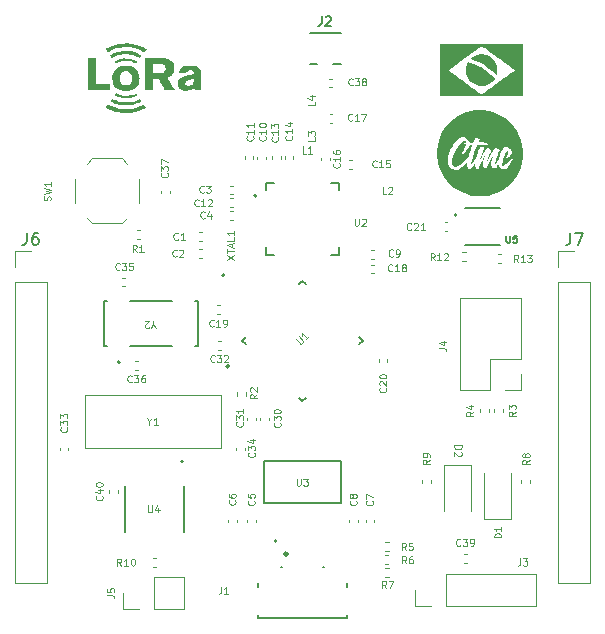
<source format=gbr>
%TF.GenerationSoftware,KiCad,Pcbnew,7.0.6-7.0.6~ubuntu22.04.1*%
%TF.CreationDate,2023-08-04T06:45:18-03:00*%
%TF.ProjectId,RF_Board,52465f42-6f61-4726-942e-6b696361645f,rev?*%
%TF.SameCoordinates,Original*%
%TF.FileFunction,Legend,Top*%
%TF.FilePolarity,Positive*%
%FSLAX46Y46*%
G04 Gerber Fmt 4.6, Leading zero omitted, Abs format (unit mm)*
G04 Created by KiCad (PCBNEW 7.0.6-7.0.6~ubuntu22.04.1) date 2023-08-04 06:45:18*
%MOMM*%
%LPD*%
G01*
G04 APERTURE LIST*
%ADD10C,0.080000*%
%ADD11C,0.150000*%
%ADD12C,0.120000*%
%ADD13C,0.127000*%
%ADD14C,0.200000*%
%ADD15C,0.300000*%
%ADD16C,0.100000*%
%ADD17C,0.152400*%
G04 APERTURE END LIST*
D10*
X210866588Y-82367143D02*
X211466588Y-82367143D01*
X211466588Y-82367143D02*
X211466588Y-82510000D01*
X211466588Y-82510000D02*
X211438017Y-82595714D01*
X211438017Y-82595714D02*
X211380874Y-82652857D01*
X211380874Y-82652857D02*
X211323731Y-82681428D01*
X211323731Y-82681428D02*
X211209445Y-82710000D01*
X211209445Y-82710000D02*
X211123731Y-82710000D01*
X211123731Y-82710000D02*
X211009445Y-82681428D01*
X211009445Y-82681428D02*
X210952302Y-82652857D01*
X210952302Y-82652857D02*
X210895160Y-82595714D01*
X210895160Y-82595714D02*
X210866588Y-82510000D01*
X210866588Y-82510000D02*
X210866588Y-82367143D01*
X211409445Y-82938571D02*
X211438017Y-82967143D01*
X211438017Y-82967143D02*
X211466588Y-83024286D01*
X211466588Y-83024286D02*
X211466588Y-83167143D01*
X211466588Y-83167143D02*
X211438017Y-83224286D01*
X211438017Y-83224286D02*
X211409445Y-83252857D01*
X211409445Y-83252857D02*
X211352302Y-83281428D01*
X211352302Y-83281428D02*
X211295160Y-83281428D01*
X211295160Y-83281428D02*
X211209445Y-83252857D01*
X211209445Y-83252857D02*
X210866588Y-82910000D01*
X210866588Y-82910000D02*
X210866588Y-83281428D01*
X199043411Y-53269999D02*
X199043411Y-53555713D01*
X199043411Y-53555713D02*
X198443411Y-53555713D01*
X198643411Y-52812857D02*
X199043411Y-52812857D01*
X198414840Y-52955714D02*
X198843411Y-53098571D01*
X198843411Y-53098571D02*
X198843411Y-52727142D01*
X202244285Y-51846268D02*
X202215713Y-51874840D01*
X202215713Y-51874840D02*
X202129999Y-51903411D01*
X202129999Y-51903411D02*
X202072856Y-51903411D01*
X202072856Y-51903411D02*
X201987142Y-51874840D01*
X201987142Y-51874840D02*
X201929999Y-51817697D01*
X201929999Y-51817697D02*
X201901428Y-51760554D01*
X201901428Y-51760554D02*
X201872856Y-51646268D01*
X201872856Y-51646268D02*
X201872856Y-51560554D01*
X201872856Y-51560554D02*
X201901428Y-51446268D01*
X201901428Y-51446268D02*
X201929999Y-51389125D01*
X201929999Y-51389125D02*
X201987142Y-51331982D01*
X201987142Y-51331982D02*
X202072856Y-51303411D01*
X202072856Y-51303411D02*
X202129999Y-51303411D01*
X202129999Y-51303411D02*
X202215713Y-51331982D01*
X202215713Y-51331982D02*
X202244285Y-51360554D01*
X202444285Y-51303411D02*
X202815713Y-51303411D01*
X202815713Y-51303411D02*
X202615713Y-51531982D01*
X202615713Y-51531982D02*
X202701428Y-51531982D01*
X202701428Y-51531982D02*
X202758571Y-51560554D01*
X202758571Y-51560554D02*
X202787142Y-51589125D01*
X202787142Y-51589125D02*
X202815713Y-51646268D01*
X202815713Y-51646268D02*
X202815713Y-51789125D01*
X202815713Y-51789125D02*
X202787142Y-51846268D01*
X202787142Y-51846268D02*
X202758571Y-51874840D01*
X202758571Y-51874840D02*
X202701428Y-51903411D01*
X202701428Y-51903411D02*
X202529999Y-51903411D01*
X202529999Y-51903411D02*
X202472856Y-51874840D01*
X202472856Y-51874840D02*
X202444285Y-51846268D01*
X203158571Y-51560554D02*
X203101428Y-51531982D01*
X203101428Y-51531982D02*
X203072857Y-51503411D01*
X203072857Y-51503411D02*
X203044285Y-51446268D01*
X203044285Y-51446268D02*
X203044285Y-51417697D01*
X203044285Y-51417697D02*
X203072857Y-51360554D01*
X203072857Y-51360554D02*
X203101428Y-51331982D01*
X203101428Y-51331982D02*
X203158571Y-51303411D01*
X203158571Y-51303411D02*
X203272857Y-51303411D01*
X203272857Y-51303411D02*
X203330000Y-51331982D01*
X203330000Y-51331982D02*
X203358571Y-51360554D01*
X203358571Y-51360554D02*
X203387142Y-51417697D01*
X203387142Y-51417697D02*
X203387142Y-51446268D01*
X203387142Y-51446268D02*
X203358571Y-51503411D01*
X203358571Y-51503411D02*
X203330000Y-51531982D01*
X203330000Y-51531982D02*
X203272857Y-51560554D01*
X203272857Y-51560554D02*
X203158571Y-51560554D01*
X203158571Y-51560554D02*
X203101428Y-51589125D01*
X203101428Y-51589125D02*
X203072857Y-51617697D01*
X203072857Y-51617697D02*
X203044285Y-51674840D01*
X203044285Y-51674840D02*
X203044285Y-51789125D01*
X203044285Y-51789125D02*
X203072857Y-51846268D01*
X203072857Y-51846268D02*
X203101428Y-51874840D01*
X203101428Y-51874840D02*
X203158571Y-51903411D01*
X203158571Y-51903411D02*
X203272857Y-51903411D01*
X203272857Y-51903411D02*
X203330000Y-51874840D01*
X203330000Y-51874840D02*
X203358571Y-51846268D01*
X203358571Y-51846268D02*
X203387142Y-51789125D01*
X203387142Y-51789125D02*
X203387142Y-51674840D01*
X203387142Y-51674840D02*
X203358571Y-51617697D01*
X203358571Y-51617697D02*
X203330000Y-51589125D01*
X203330000Y-51589125D02*
X203272857Y-51560554D01*
X181468411Y-95080000D02*
X181896982Y-95080000D01*
X181896982Y-95080000D02*
X181982697Y-95108571D01*
X181982697Y-95108571D02*
X182039840Y-95165714D01*
X182039840Y-95165714D02*
X182068411Y-95251428D01*
X182068411Y-95251428D02*
X182068411Y-95308571D01*
X181468411Y-94508571D02*
X181468411Y-94794285D01*
X181468411Y-94794285D02*
X181754125Y-94822857D01*
X181754125Y-94822857D02*
X181725554Y-94794285D01*
X181725554Y-94794285D02*
X181696982Y-94737143D01*
X181696982Y-94737143D02*
X181696982Y-94594285D01*
X181696982Y-94594285D02*
X181725554Y-94537143D01*
X181725554Y-94537143D02*
X181754125Y-94508571D01*
X181754125Y-94508571D02*
X181811268Y-94480000D01*
X181811268Y-94480000D02*
X181954125Y-94480000D01*
X181954125Y-94480000D02*
X182011268Y-94508571D01*
X182011268Y-94508571D02*
X182039840Y-94537143D01*
X182039840Y-94537143D02*
X182068411Y-94594285D01*
X182068411Y-94594285D02*
X182068411Y-94737143D01*
X182068411Y-94737143D02*
X182039840Y-94794285D01*
X182039840Y-94794285D02*
X182011268Y-94822857D01*
X183970000Y-66003411D02*
X183770000Y-65717697D01*
X183627143Y-66003411D02*
X183627143Y-65403411D01*
X183627143Y-65403411D02*
X183855714Y-65403411D01*
X183855714Y-65403411D02*
X183912857Y-65431982D01*
X183912857Y-65431982D02*
X183941428Y-65460554D01*
X183941428Y-65460554D02*
X183970000Y-65517697D01*
X183970000Y-65517697D02*
X183970000Y-65603411D01*
X183970000Y-65603411D02*
X183941428Y-65660554D01*
X183941428Y-65660554D02*
X183912857Y-65689125D01*
X183912857Y-65689125D02*
X183855714Y-65717697D01*
X183855714Y-65717697D02*
X183627143Y-65717697D01*
X184541428Y-66003411D02*
X184198571Y-66003411D01*
X184370000Y-66003411D02*
X184370000Y-65403411D01*
X184370000Y-65403411D02*
X184312857Y-65489125D01*
X184312857Y-65489125D02*
X184255714Y-65546268D01*
X184255714Y-65546268D02*
X184198571Y-65574840D01*
X206760000Y-91233411D02*
X206560000Y-90947697D01*
X206417143Y-91233411D02*
X206417143Y-90633411D01*
X206417143Y-90633411D02*
X206645714Y-90633411D01*
X206645714Y-90633411D02*
X206702857Y-90661982D01*
X206702857Y-90661982D02*
X206731428Y-90690554D01*
X206731428Y-90690554D02*
X206760000Y-90747697D01*
X206760000Y-90747697D02*
X206760000Y-90833411D01*
X206760000Y-90833411D02*
X206731428Y-90890554D01*
X206731428Y-90890554D02*
X206702857Y-90919125D01*
X206702857Y-90919125D02*
X206645714Y-90947697D01*
X206645714Y-90947697D02*
X206417143Y-90947697D01*
X207302857Y-90633411D02*
X207017143Y-90633411D01*
X207017143Y-90633411D02*
X206988571Y-90919125D01*
X206988571Y-90919125D02*
X207017143Y-90890554D01*
X207017143Y-90890554D02*
X207074286Y-90861982D01*
X207074286Y-90861982D02*
X207217143Y-90861982D01*
X207217143Y-90861982D02*
X207274286Y-90890554D01*
X207274286Y-90890554D02*
X207302857Y-90919125D01*
X207302857Y-90919125D02*
X207331428Y-90976268D01*
X207331428Y-90976268D02*
X207331428Y-91119125D01*
X207331428Y-91119125D02*
X207302857Y-91176268D01*
X207302857Y-91176268D02*
X207274286Y-91204840D01*
X207274286Y-91204840D02*
X207217143Y-91233411D01*
X207217143Y-91233411D02*
X207074286Y-91233411D01*
X207074286Y-91233411D02*
X207017143Y-91204840D01*
X207017143Y-91204840D02*
X206988571Y-91176268D01*
X202526268Y-87059999D02*
X202554840Y-87088571D01*
X202554840Y-87088571D02*
X202583411Y-87174285D01*
X202583411Y-87174285D02*
X202583411Y-87231428D01*
X202583411Y-87231428D02*
X202554840Y-87317142D01*
X202554840Y-87317142D02*
X202497697Y-87374285D01*
X202497697Y-87374285D02*
X202440554Y-87402856D01*
X202440554Y-87402856D02*
X202326268Y-87431428D01*
X202326268Y-87431428D02*
X202240554Y-87431428D01*
X202240554Y-87431428D02*
X202126268Y-87402856D01*
X202126268Y-87402856D02*
X202069125Y-87374285D01*
X202069125Y-87374285D02*
X202011982Y-87317142D01*
X202011982Y-87317142D02*
X201983411Y-87231428D01*
X201983411Y-87231428D02*
X201983411Y-87174285D01*
X201983411Y-87174285D02*
X202011982Y-87088571D01*
X202011982Y-87088571D02*
X202040554Y-87059999D01*
X202240554Y-86717142D02*
X202211982Y-86774285D01*
X202211982Y-86774285D02*
X202183411Y-86802856D01*
X202183411Y-86802856D02*
X202126268Y-86831428D01*
X202126268Y-86831428D02*
X202097697Y-86831428D01*
X202097697Y-86831428D02*
X202040554Y-86802856D01*
X202040554Y-86802856D02*
X202011982Y-86774285D01*
X202011982Y-86774285D02*
X201983411Y-86717142D01*
X201983411Y-86717142D02*
X201983411Y-86602856D01*
X201983411Y-86602856D02*
X202011982Y-86545714D01*
X202011982Y-86545714D02*
X202040554Y-86517142D01*
X202040554Y-86517142D02*
X202097697Y-86488571D01*
X202097697Y-86488571D02*
X202126268Y-86488571D01*
X202126268Y-86488571D02*
X202183411Y-86517142D01*
X202183411Y-86517142D02*
X202211982Y-86545714D01*
X202211982Y-86545714D02*
X202240554Y-86602856D01*
X202240554Y-86602856D02*
X202240554Y-86717142D01*
X202240554Y-86717142D02*
X202269125Y-86774285D01*
X202269125Y-86774285D02*
X202297697Y-86802856D01*
X202297697Y-86802856D02*
X202354840Y-86831428D01*
X202354840Y-86831428D02*
X202469125Y-86831428D01*
X202469125Y-86831428D02*
X202526268Y-86802856D01*
X202526268Y-86802856D02*
X202554840Y-86774285D01*
X202554840Y-86774285D02*
X202583411Y-86717142D01*
X202583411Y-86717142D02*
X202583411Y-86602856D01*
X202583411Y-86602856D02*
X202554840Y-86545714D01*
X202554840Y-86545714D02*
X202526268Y-86517142D01*
X202526268Y-86517142D02*
X202469125Y-86488571D01*
X202469125Y-86488571D02*
X202354840Y-86488571D01*
X202354840Y-86488571D02*
X202297697Y-86517142D01*
X202297697Y-86517142D02*
X202269125Y-86545714D01*
X202269125Y-86545714D02*
X202240554Y-86602856D01*
X194856268Y-56215714D02*
X194884840Y-56244286D01*
X194884840Y-56244286D02*
X194913411Y-56330000D01*
X194913411Y-56330000D02*
X194913411Y-56387143D01*
X194913411Y-56387143D02*
X194884840Y-56472857D01*
X194884840Y-56472857D02*
X194827697Y-56530000D01*
X194827697Y-56530000D02*
X194770554Y-56558571D01*
X194770554Y-56558571D02*
X194656268Y-56587143D01*
X194656268Y-56587143D02*
X194570554Y-56587143D01*
X194570554Y-56587143D02*
X194456268Y-56558571D01*
X194456268Y-56558571D02*
X194399125Y-56530000D01*
X194399125Y-56530000D02*
X194341982Y-56472857D01*
X194341982Y-56472857D02*
X194313411Y-56387143D01*
X194313411Y-56387143D02*
X194313411Y-56330000D01*
X194313411Y-56330000D02*
X194341982Y-56244286D01*
X194341982Y-56244286D02*
X194370554Y-56215714D01*
X194913411Y-55644286D02*
X194913411Y-55987143D01*
X194913411Y-55815714D02*
X194313411Y-55815714D01*
X194313411Y-55815714D02*
X194399125Y-55872857D01*
X194399125Y-55872857D02*
X194456268Y-55930000D01*
X194456268Y-55930000D02*
X194484840Y-55987143D01*
X194313411Y-55272857D02*
X194313411Y-55215714D01*
X194313411Y-55215714D02*
X194341982Y-55158571D01*
X194341982Y-55158571D02*
X194370554Y-55130000D01*
X194370554Y-55130000D02*
X194427697Y-55101428D01*
X194427697Y-55101428D02*
X194541982Y-55072857D01*
X194541982Y-55072857D02*
X194684840Y-55072857D01*
X194684840Y-55072857D02*
X194799125Y-55101428D01*
X194799125Y-55101428D02*
X194856268Y-55130000D01*
X194856268Y-55130000D02*
X194884840Y-55158571D01*
X194884840Y-55158571D02*
X194913411Y-55215714D01*
X194913411Y-55215714D02*
X194913411Y-55272857D01*
X194913411Y-55272857D02*
X194884840Y-55330000D01*
X194884840Y-55330000D02*
X194856268Y-55358571D01*
X194856268Y-55358571D02*
X194799125Y-55387142D01*
X194799125Y-55387142D02*
X194684840Y-55415714D01*
X194684840Y-55415714D02*
X194541982Y-55415714D01*
X194541982Y-55415714D02*
X194427697Y-55387142D01*
X194427697Y-55387142D02*
X194370554Y-55358571D01*
X194370554Y-55358571D02*
X194341982Y-55330000D01*
X194341982Y-55330000D02*
X194313411Y-55272857D01*
X203926268Y-87099999D02*
X203954840Y-87128571D01*
X203954840Y-87128571D02*
X203983411Y-87214285D01*
X203983411Y-87214285D02*
X203983411Y-87271428D01*
X203983411Y-87271428D02*
X203954840Y-87357142D01*
X203954840Y-87357142D02*
X203897697Y-87414285D01*
X203897697Y-87414285D02*
X203840554Y-87442856D01*
X203840554Y-87442856D02*
X203726268Y-87471428D01*
X203726268Y-87471428D02*
X203640554Y-87471428D01*
X203640554Y-87471428D02*
X203526268Y-87442856D01*
X203526268Y-87442856D02*
X203469125Y-87414285D01*
X203469125Y-87414285D02*
X203411982Y-87357142D01*
X203411982Y-87357142D02*
X203383411Y-87271428D01*
X203383411Y-87271428D02*
X203383411Y-87214285D01*
X203383411Y-87214285D02*
X203411982Y-87128571D01*
X203411982Y-87128571D02*
X203440554Y-87099999D01*
X203383411Y-86899999D02*
X203383411Y-86499999D01*
X203383411Y-86499999D02*
X203983411Y-86757142D01*
X205614285Y-67596268D02*
X205585713Y-67624840D01*
X205585713Y-67624840D02*
X205499999Y-67653411D01*
X205499999Y-67653411D02*
X205442856Y-67653411D01*
X205442856Y-67653411D02*
X205357142Y-67624840D01*
X205357142Y-67624840D02*
X205299999Y-67567697D01*
X205299999Y-67567697D02*
X205271428Y-67510554D01*
X205271428Y-67510554D02*
X205242856Y-67396268D01*
X205242856Y-67396268D02*
X205242856Y-67310554D01*
X205242856Y-67310554D02*
X205271428Y-67196268D01*
X205271428Y-67196268D02*
X205299999Y-67139125D01*
X205299999Y-67139125D02*
X205357142Y-67081982D01*
X205357142Y-67081982D02*
X205442856Y-67053411D01*
X205442856Y-67053411D02*
X205499999Y-67053411D01*
X205499999Y-67053411D02*
X205585713Y-67081982D01*
X205585713Y-67081982D02*
X205614285Y-67110554D01*
X206185713Y-67653411D02*
X205842856Y-67653411D01*
X206014285Y-67653411D02*
X206014285Y-67053411D01*
X206014285Y-67053411D02*
X205957142Y-67139125D01*
X205957142Y-67139125D02*
X205899999Y-67196268D01*
X205899999Y-67196268D02*
X205842856Y-67224840D01*
X206528571Y-67310554D02*
X206471428Y-67281982D01*
X206471428Y-67281982D02*
X206442857Y-67253411D01*
X206442857Y-67253411D02*
X206414285Y-67196268D01*
X206414285Y-67196268D02*
X206414285Y-67167697D01*
X206414285Y-67167697D02*
X206442857Y-67110554D01*
X206442857Y-67110554D02*
X206471428Y-67081982D01*
X206471428Y-67081982D02*
X206528571Y-67053411D01*
X206528571Y-67053411D02*
X206642857Y-67053411D01*
X206642857Y-67053411D02*
X206700000Y-67081982D01*
X206700000Y-67081982D02*
X206728571Y-67110554D01*
X206728571Y-67110554D02*
X206757142Y-67167697D01*
X206757142Y-67167697D02*
X206757142Y-67196268D01*
X206757142Y-67196268D02*
X206728571Y-67253411D01*
X206728571Y-67253411D02*
X206700000Y-67281982D01*
X206700000Y-67281982D02*
X206642857Y-67310554D01*
X206642857Y-67310554D02*
X206528571Y-67310554D01*
X206528571Y-67310554D02*
X206471428Y-67339125D01*
X206471428Y-67339125D02*
X206442857Y-67367697D01*
X206442857Y-67367697D02*
X206414285Y-67424840D01*
X206414285Y-67424840D02*
X206414285Y-67539125D01*
X206414285Y-67539125D02*
X206442857Y-67596268D01*
X206442857Y-67596268D02*
X206471428Y-67624840D01*
X206471428Y-67624840D02*
X206528571Y-67653411D01*
X206528571Y-67653411D02*
X206642857Y-67653411D01*
X206642857Y-67653411D02*
X206700000Y-67624840D01*
X206700000Y-67624840D02*
X206728571Y-67596268D01*
X206728571Y-67596268D02*
X206757142Y-67539125D01*
X206757142Y-67539125D02*
X206757142Y-67424840D01*
X206757142Y-67424840D02*
X206728571Y-67367697D01*
X206728571Y-67367697D02*
X206700000Y-67339125D01*
X206700000Y-67339125D02*
X206642857Y-67310554D01*
X207204285Y-64086268D02*
X207175713Y-64114840D01*
X207175713Y-64114840D02*
X207089999Y-64143411D01*
X207089999Y-64143411D02*
X207032856Y-64143411D01*
X207032856Y-64143411D02*
X206947142Y-64114840D01*
X206947142Y-64114840D02*
X206889999Y-64057697D01*
X206889999Y-64057697D02*
X206861428Y-64000554D01*
X206861428Y-64000554D02*
X206832856Y-63886268D01*
X206832856Y-63886268D02*
X206832856Y-63800554D01*
X206832856Y-63800554D02*
X206861428Y-63686268D01*
X206861428Y-63686268D02*
X206889999Y-63629125D01*
X206889999Y-63629125D02*
X206947142Y-63571982D01*
X206947142Y-63571982D02*
X207032856Y-63543411D01*
X207032856Y-63543411D02*
X207089999Y-63543411D01*
X207089999Y-63543411D02*
X207175713Y-63571982D01*
X207175713Y-63571982D02*
X207204285Y-63600554D01*
X207432856Y-63600554D02*
X207461428Y-63571982D01*
X207461428Y-63571982D02*
X207518571Y-63543411D01*
X207518571Y-63543411D02*
X207661428Y-63543411D01*
X207661428Y-63543411D02*
X207718571Y-63571982D01*
X207718571Y-63571982D02*
X207747142Y-63600554D01*
X207747142Y-63600554D02*
X207775713Y-63657697D01*
X207775713Y-63657697D02*
X207775713Y-63714840D01*
X207775713Y-63714840D02*
X207747142Y-63800554D01*
X207747142Y-63800554D02*
X207404285Y-64143411D01*
X207404285Y-64143411D02*
X207775713Y-64143411D01*
X208347142Y-64143411D02*
X208004285Y-64143411D01*
X208175714Y-64143411D02*
X208175714Y-63543411D01*
X208175714Y-63543411D02*
X208118571Y-63629125D01*
X208118571Y-63629125D02*
X208061428Y-63686268D01*
X208061428Y-63686268D02*
X208004285Y-63714840D01*
X205100000Y-61118411D02*
X204814286Y-61118411D01*
X204814286Y-61118411D02*
X204814286Y-60518411D01*
X205271428Y-60575554D02*
X205300000Y-60546982D01*
X205300000Y-60546982D02*
X205357143Y-60518411D01*
X205357143Y-60518411D02*
X205500000Y-60518411D01*
X205500000Y-60518411D02*
X205557143Y-60546982D01*
X205557143Y-60546982D02*
X205585714Y-60575554D01*
X205585714Y-60575554D02*
X205614285Y-60632697D01*
X205614285Y-60632697D02*
X205614285Y-60689840D01*
X205614285Y-60689840D02*
X205585714Y-60775554D01*
X205585714Y-60775554D02*
X205242857Y-61118411D01*
X205242857Y-61118411D02*
X205614285Y-61118411D01*
X208773411Y-83609999D02*
X208487697Y-83809999D01*
X208773411Y-83952856D02*
X208173411Y-83952856D01*
X208173411Y-83952856D02*
X208173411Y-83724285D01*
X208173411Y-83724285D02*
X208201982Y-83667142D01*
X208201982Y-83667142D02*
X208230554Y-83638571D01*
X208230554Y-83638571D02*
X208287697Y-83609999D01*
X208287697Y-83609999D02*
X208373411Y-83609999D01*
X208373411Y-83609999D02*
X208430554Y-83638571D01*
X208430554Y-83638571D02*
X208459125Y-83667142D01*
X208459125Y-83667142D02*
X208487697Y-83724285D01*
X208487697Y-83724285D02*
X208487697Y-83952856D01*
X208773411Y-83324285D02*
X208773411Y-83209999D01*
X208773411Y-83209999D02*
X208744840Y-83152856D01*
X208744840Y-83152856D02*
X208716268Y-83124285D01*
X208716268Y-83124285D02*
X208630554Y-83067142D01*
X208630554Y-83067142D02*
X208516268Y-83038571D01*
X208516268Y-83038571D02*
X208287697Y-83038571D01*
X208287697Y-83038571D02*
X208230554Y-83067142D01*
X208230554Y-83067142D02*
X208201982Y-83095714D01*
X208201982Y-83095714D02*
X208173411Y-83152856D01*
X208173411Y-83152856D02*
X208173411Y-83267142D01*
X208173411Y-83267142D02*
X208201982Y-83324285D01*
X208201982Y-83324285D02*
X208230554Y-83352856D01*
X208230554Y-83352856D02*
X208287697Y-83381428D01*
X208287697Y-83381428D02*
X208430554Y-83381428D01*
X208430554Y-83381428D02*
X208487697Y-83352856D01*
X208487697Y-83352856D02*
X208516268Y-83324285D01*
X208516268Y-83324285D02*
X208544840Y-83267142D01*
X208544840Y-83267142D02*
X208544840Y-83152856D01*
X208544840Y-83152856D02*
X208516268Y-83095714D01*
X208516268Y-83095714D02*
X208487697Y-83067142D01*
X208487697Y-83067142D02*
X208430554Y-83038571D01*
X192926268Y-80415714D02*
X192954840Y-80444286D01*
X192954840Y-80444286D02*
X192983411Y-80530000D01*
X192983411Y-80530000D02*
X192983411Y-80587143D01*
X192983411Y-80587143D02*
X192954840Y-80672857D01*
X192954840Y-80672857D02*
X192897697Y-80730000D01*
X192897697Y-80730000D02*
X192840554Y-80758571D01*
X192840554Y-80758571D02*
X192726268Y-80787143D01*
X192726268Y-80787143D02*
X192640554Y-80787143D01*
X192640554Y-80787143D02*
X192526268Y-80758571D01*
X192526268Y-80758571D02*
X192469125Y-80730000D01*
X192469125Y-80730000D02*
X192411982Y-80672857D01*
X192411982Y-80672857D02*
X192383411Y-80587143D01*
X192383411Y-80587143D02*
X192383411Y-80530000D01*
X192383411Y-80530000D02*
X192411982Y-80444286D01*
X192411982Y-80444286D02*
X192440554Y-80415714D01*
X192383411Y-80215714D02*
X192383411Y-79844286D01*
X192383411Y-79844286D02*
X192611982Y-80044286D01*
X192611982Y-80044286D02*
X192611982Y-79958571D01*
X192611982Y-79958571D02*
X192640554Y-79901429D01*
X192640554Y-79901429D02*
X192669125Y-79872857D01*
X192669125Y-79872857D02*
X192726268Y-79844286D01*
X192726268Y-79844286D02*
X192869125Y-79844286D01*
X192869125Y-79844286D02*
X192926268Y-79872857D01*
X192926268Y-79872857D02*
X192954840Y-79901429D01*
X192954840Y-79901429D02*
X192983411Y-79958571D01*
X192983411Y-79958571D02*
X192983411Y-80130000D01*
X192983411Y-80130000D02*
X192954840Y-80187143D01*
X192954840Y-80187143D02*
X192926268Y-80215714D01*
X192983411Y-79272857D02*
X192983411Y-79615714D01*
X192983411Y-79444285D02*
X192383411Y-79444285D01*
X192383411Y-79444285D02*
X192469125Y-79501428D01*
X192469125Y-79501428D02*
X192526268Y-79558571D01*
X192526268Y-79558571D02*
X192554840Y-79615714D01*
X190564285Y-75266268D02*
X190535713Y-75294840D01*
X190535713Y-75294840D02*
X190449999Y-75323411D01*
X190449999Y-75323411D02*
X190392856Y-75323411D01*
X190392856Y-75323411D02*
X190307142Y-75294840D01*
X190307142Y-75294840D02*
X190249999Y-75237697D01*
X190249999Y-75237697D02*
X190221428Y-75180554D01*
X190221428Y-75180554D02*
X190192856Y-75066268D01*
X190192856Y-75066268D02*
X190192856Y-74980554D01*
X190192856Y-74980554D02*
X190221428Y-74866268D01*
X190221428Y-74866268D02*
X190249999Y-74809125D01*
X190249999Y-74809125D02*
X190307142Y-74751982D01*
X190307142Y-74751982D02*
X190392856Y-74723411D01*
X190392856Y-74723411D02*
X190449999Y-74723411D01*
X190449999Y-74723411D02*
X190535713Y-74751982D01*
X190535713Y-74751982D02*
X190564285Y-74780554D01*
X190764285Y-74723411D02*
X191135713Y-74723411D01*
X191135713Y-74723411D02*
X190935713Y-74951982D01*
X190935713Y-74951982D02*
X191021428Y-74951982D01*
X191021428Y-74951982D02*
X191078571Y-74980554D01*
X191078571Y-74980554D02*
X191107142Y-75009125D01*
X191107142Y-75009125D02*
X191135713Y-75066268D01*
X191135713Y-75066268D02*
X191135713Y-75209125D01*
X191135713Y-75209125D02*
X191107142Y-75266268D01*
X191107142Y-75266268D02*
X191078571Y-75294840D01*
X191078571Y-75294840D02*
X191021428Y-75323411D01*
X191021428Y-75323411D02*
X190849999Y-75323411D01*
X190849999Y-75323411D02*
X190792856Y-75294840D01*
X190792856Y-75294840D02*
X190764285Y-75266268D01*
X191364285Y-74780554D02*
X191392857Y-74751982D01*
X191392857Y-74751982D02*
X191450000Y-74723411D01*
X191450000Y-74723411D02*
X191592857Y-74723411D01*
X191592857Y-74723411D02*
X191650000Y-74751982D01*
X191650000Y-74751982D02*
X191678571Y-74780554D01*
X191678571Y-74780554D02*
X191707142Y-74837697D01*
X191707142Y-74837697D02*
X191707142Y-74894840D01*
X191707142Y-74894840D02*
X191678571Y-74980554D01*
X191678571Y-74980554D02*
X191335714Y-75323411D01*
X191335714Y-75323411D02*
X191707142Y-75323411D01*
X205100000Y-94453411D02*
X204900000Y-94167697D01*
X204757143Y-94453411D02*
X204757143Y-93853411D01*
X204757143Y-93853411D02*
X204985714Y-93853411D01*
X204985714Y-93853411D02*
X205042857Y-93881982D01*
X205042857Y-93881982D02*
X205071428Y-93910554D01*
X205071428Y-93910554D02*
X205100000Y-93967697D01*
X205100000Y-93967697D02*
X205100000Y-94053411D01*
X205100000Y-94053411D02*
X205071428Y-94110554D01*
X205071428Y-94110554D02*
X205042857Y-94139125D01*
X205042857Y-94139125D02*
X204985714Y-94167697D01*
X204985714Y-94167697D02*
X204757143Y-94167697D01*
X205300000Y-93853411D02*
X205700000Y-93853411D01*
X205700000Y-93853411D02*
X205442857Y-94453411D01*
D11*
X220666666Y-64394819D02*
X220666666Y-65109104D01*
X220666666Y-65109104D02*
X220619047Y-65251961D01*
X220619047Y-65251961D02*
X220523809Y-65347200D01*
X220523809Y-65347200D02*
X220380952Y-65394819D01*
X220380952Y-65394819D02*
X220285714Y-65394819D01*
X221047619Y-64394819D02*
X221714285Y-64394819D01*
X221714285Y-64394819D02*
X221285714Y-65394819D01*
D10*
X194163411Y-78049999D02*
X193877697Y-78249999D01*
X194163411Y-78392856D02*
X193563411Y-78392856D01*
X193563411Y-78392856D02*
X193563411Y-78164285D01*
X193563411Y-78164285D02*
X193591982Y-78107142D01*
X193591982Y-78107142D02*
X193620554Y-78078571D01*
X193620554Y-78078571D02*
X193677697Y-78049999D01*
X193677697Y-78049999D02*
X193763411Y-78049999D01*
X193763411Y-78049999D02*
X193820554Y-78078571D01*
X193820554Y-78078571D02*
X193849125Y-78107142D01*
X193849125Y-78107142D02*
X193877697Y-78164285D01*
X193877697Y-78164285D02*
X193877697Y-78392856D01*
X193620554Y-77821428D02*
X193591982Y-77792856D01*
X193591982Y-77792856D02*
X193563411Y-77735714D01*
X193563411Y-77735714D02*
X193563411Y-77592856D01*
X193563411Y-77592856D02*
X193591982Y-77535714D01*
X193591982Y-77535714D02*
X193620554Y-77507142D01*
X193620554Y-77507142D02*
X193677697Y-77478571D01*
X193677697Y-77478571D02*
X193734840Y-77478571D01*
X193734840Y-77478571D02*
X193820554Y-77507142D01*
X193820554Y-77507142D02*
X194163411Y-77849999D01*
X194163411Y-77849999D02*
X194163411Y-77478571D01*
X209568411Y-74155000D02*
X209996982Y-74155000D01*
X209996982Y-74155000D02*
X210082697Y-74183571D01*
X210082697Y-74183571D02*
X210139840Y-74240714D01*
X210139840Y-74240714D02*
X210168411Y-74326428D01*
X210168411Y-74326428D02*
X210168411Y-74383571D01*
X209768411Y-73612143D02*
X210168411Y-73612143D01*
X209539840Y-73755000D02*
X209968411Y-73897857D01*
X209968411Y-73897857D02*
X209968411Y-73526428D01*
X205670000Y-66336268D02*
X205641428Y-66364840D01*
X205641428Y-66364840D02*
X205555714Y-66393411D01*
X205555714Y-66393411D02*
X205498571Y-66393411D01*
X205498571Y-66393411D02*
X205412857Y-66364840D01*
X205412857Y-66364840D02*
X205355714Y-66307697D01*
X205355714Y-66307697D02*
X205327143Y-66250554D01*
X205327143Y-66250554D02*
X205298571Y-66136268D01*
X205298571Y-66136268D02*
X205298571Y-66050554D01*
X205298571Y-66050554D02*
X205327143Y-65936268D01*
X205327143Y-65936268D02*
X205355714Y-65879125D01*
X205355714Y-65879125D02*
X205412857Y-65821982D01*
X205412857Y-65821982D02*
X205498571Y-65793411D01*
X205498571Y-65793411D02*
X205555714Y-65793411D01*
X205555714Y-65793411D02*
X205641428Y-65821982D01*
X205641428Y-65821982D02*
X205670000Y-65850554D01*
X205955714Y-66393411D02*
X206070000Y-66393411D01*
X206070000Y-66393411D02*
X206127143Y-66364840D01*
X206127143Y-66364840D02*
X206155714Y-66336268D01*
X206155714Y-66336268D02*
X206212857Y-66250554D01*
X206212857Y-66250554D02*
X206241428Y-66136268D01*
X206241428Y-66136268D02*
X206241428Y-65907697D01*
X206241428Y-65907697D02*
X206212857Y-65850554D01*
X206212857Y-65850554D02*
X206184286Y-65821982D01*
X206184286Y-65821982D02*
X206127143Y-65793411D01*
X206127143Y-65793411D02*
X206012857Y-65793411D01*
X206012857Y-65793411D02*
X205955714Y-65821982D01*
X205955714Y-65821982D02*
X205927143Y-65850554D01*
X205927143Y-65850554D02*
X205898571Y-65907697D01*
X205898571Y-65907697D02*
X205898571Y-66050554D01*
X205898571Y-66050554D02*
X205927143Y-66107697D01*
X205927143Y-66107697D02*
X205955714Y-66136268D01*
X205955714Y-66136268D02*
X206012857Y-66164840D01*
X206012857Y-66164840D02*
X206127143Y-66164840D01*
X206127143Y-66164840D02*
X206184286Y-66136268D01*
X206184286Y-66136268D02*
X206212857Y-66107697D01*
X206212857Y-66107697D02*
X206241428Y-66050554D01*
X214843411Y-90172856D02*
X214243411Y-90172856D01*
X214243411Y-90172856D02*
X214243411Y-90029999D01*
X214243411Y-90029999D02*
X214271982Y-89944285D01*
X214271982Y-89944285D02*
X214329125Y-89887142D01*
X214329125Y-89887142D02*
X214386268Y-89858571D01*
X214386268Y-89858571D02*
X214500554Y-89829999D01*
X214500554Y-89829999D02*
X214586268Y-89829999D01*
X214586268Y-89829999D02*
X214700554Y-89858571D01*
X214700554Y-89858571D02*
X214757697Y-89887142D01*
X214757697Y-89887142D02*
X214814840Y-89944285D01*
X214814840Y-89944285D02*
X214843411Y-90029999D01*
X214843411Y-90029999D02*
X214843411Y-90172856D01*
X214843411Y-89258571D02*
X214843411Y-89601428D01*
X214843411Y-89429999D02*
X214243411Y-89429999D01*
X214243411Y-89429999D02*
X214329125Y-89487142D01*
X214329125Y-89487142D02*
X214386268Y-89544285D01*
X214386268Y-89544285D02*
X214414840Y-89601428D01*
X216449999Y-91953411D02*
X216449999Y-92381982D01*
X216449999Y-92381982D02*
X216421428Y-92467697D01*
X216421428Y-92467697D02*
X216364285Y-92524840D01*
X216364285Y-92524840D02*
X216278571Y-92553411D01*
X216278571Y-92553411D02*
X216221428Y-92553411D01*
X216678571Y-91953411D02*
X217049999Y-91953411D01*
X217049999Y-91953411D02*
X216849999Y-92181982D01*
X216849999Y-92181982D02*
X216935714Y-92181982D01*
X216935714Y-92181982D02*
X216992857Y-92210554D01*
X216992857Y-92210554D02*
X217021428Y-92239125D01*
X217021428Y-92239125D02*
X217049999Y-92296268D01*
X217049999Y-92296268D02*
X217049999Y-92439125D01*
X217049999Y-92439125D02*
X217021428Y-92496268D01*
X217021428Y-92496268D02*
X216992857Y-92524840D01*
X216992857Y-92524840D02*
X216935714Y-92553411D01*
X216935714Y-92553411D02*
X216764285Y-92553411D01*
X216764285Y-92553411D02*
X216707142Y-92524840D01*
X216707142Y-92524840D02*
X216678571Y-92496268D01*
X199053411Y-56289999D02*
X199053411Y-56575713D01*
X199053411Y-56575713D02*
X198453411Y-56575713D01*
X198453411Y-56147142D02*
X198453411Y-55775714D01*
X198453411Y-55775714D02*
X198681982Y-55975714D01*
X198681982Y-55975714D02*
X198681982Y-55889999D01*
X198681982Y-55889999D02*
X198710554Y-55832857D01*
X198710554Y-55832857D02*
X198739125Y-55804285D01*
X198739125Y-55804285D02*
X198796268Y-55775714D01*
X198796268Y-55775714D02*
X198939125Y-55775714D01*
X198939125Y-55775714D02*
X198996268Y-55804285D01*
X198996268Y-55804285D02*
X199024840Y-55832857D01*
X199024840Y-55832857D02*
X199053411Y-55889999D01*
X199053411Y-55889999D02*
X199053411Y-56061428D01*
X199053411Y-56061428D02*
X199024840Y-56118571D01*
X199024840Y-56118571D02*
X198996268Y-56147142D01*
X204274285Y-58796268D02*
X204245713Y-58824840D01*
X204245713Y-58824840D02*
X204159999Y-58853411D01*
X204159999Y-58853411D02*
X204102856Y-58853411D01*
X204102856Y-58853411D02*
X204017142Y-58824840D01*
X204017142Y-58824840D02*
X203959999Y-58767697D01*
X203959999Y-58767697D02*
X203931428Y-58710554D01*
X203931428Y-58710554D02*
X203902856Y-58596268D01*
X203902856Y-58596268D02*
X203902856Y-58510554D01*
X203902856Y-58510554D02*
X203931428Y-58396268D01*
X203931428Y-58396268D02*
X203959999Y-58339125D01*
X203959999Y-58339125D02*
X204017142Y-58281982D01*
X204017142Y-58281982D02*
X204102856Y-58253411D01*
X204102856Y-58253411D02*
X204159999Y-58253411D01*
X204159999Y-58253411D02*
X204245713Y-58281982D01*
X204245713Y-58281982D02*
X204274285Y-58310554D01*
X204845713Y-58853411D02*
X204502856Y-58853411D01*
X204674285Y-58853411D02*
X204674285Y-58253411D01*
X204674285Y-58253411D02*
X204617142Y-58339125D01*
X204617142Y-58339125D02*
X204559999Y-58396268D01*
X204559999Y-58396268D02*
X204502856Y-58424840D01*
X205388571Y-58253411D02*
X205102857Y-58253411D01*
X205102857Y-58253411D02*
X205074285Y-58539125D01*
X205074285Y-58539125D02*
X205102857Y-58510554D01*
X205102857Y-58510554D02*
X205160000Y-58481982D01*
X205160000Y-58481982D02*
X205302857Y-58481982D01*
X205302857Y-58481982D02*
X205360000Y-58510554D01*
X205360000Y-58510554D02*
X205388571Y-58539125D01*
X205388571Y-58539125D02*
X205417142Y-58596268D01*
X205417142Y-58596268D02*
X205417142Y-58739125D01*
X205417142Y-58739125D02*
X205388571Y-58796268D01*
X205388571Y-58796268D02*
X205360000Y-58824840D01*
X205360000Y-58824840D02*
X205302857Y-58853411D01*
X205302857Y-58853411D02*
X205160000Y-58853411D01*
X205160000Y-58853411D02*
X205102857Y-58824840D01*
X205102857Y-58824840D02*
X205074285Y-58796268D01*
X211374285Y-90836268D02*
X211345713Y-90864840D01*
X211345713Y-90864840D02*
X211259999Y-90893411D01*
X211259999Y-90893411D02*
X211202856Y-90893411D01*
X211202856Y-90893411D02*
X211117142Y-90864840D01*
X211117142Y-90864840D02*
X211059999Y-90807697D01*
X211059999Y-90807697D02*
X211031428Y-90750554D01*
X211031428Y-90750554D02*
X211002856Y-90636268D01*
X211002856Y-90636268D02*
X211002856Y-90550554D01*
X211002856Y-90550554D02*
X211031428Y-90436268D01*
X211031428Y-90436268D02*
X211059999Y-90379125D01*
X211059999Y-90379125D02*
X211117142Y-90321982D01*
X211117142Y-90321982D02*
X211202856Y-90293411D01*
X211202856Y-90293411D02*
X211259999Y-90293411D01*
X211259999Y-90293411D02*
X211345713Y-90321982D01*
X211345713Y-90321982D02*
X211374285Y-90350554D01*
X211574285Y-90293411D02*
X211945713Y-90293411D01*
X211945713Y-90293411D02*
X211745713Y-90521982D01*
X211745713Y-90521982D02*
X211831428Y-90521982D01*
X211831428Y-90521982D02*
X211888571Y-90550554D01*
X211888571Y-90550554D02*
X211917142Y-90579125D01*
X211917142Y-90579125D02*
X211945713Y-90636268D01*
X211945713Y-90636268D02*
X211945713Y-90779125D01*
X211945713Y-90779125D02*
X211917142Y-90836268D01*
X211917142Y-90836268D02*
X211888571Y-90864840D01*
X211888571Y-90864840D02*
X211831428Y-90893411D01*
X211831428Y-90893411D02*
X211659999Y-90893411D01*
X211659999Y-90893411D02*
X211602856Y-90864840D01*
X211602856Y-90864840D02*
X211574285Y-90836268D01*
X212231428Y-90893411D02*
X212345714Y-90893411D01*
X212345714Y-90893411D02*
X212402857Y-90864840D01*
X212402857Y-90864840D02*
X212431428Y-90836268D01*
X212431428Y-90836268D02*
X212488571Y-90750554D01*
X212488571Y-90750554D02*
X212517142Y-90636268D01*
X212517142Y-90636268D02*
X212517142Y-90407697D01*
X212517142Y-90407697D02*
X212488571Y-90350554D01*
X212488571Y-90350554D02*
X212460000Y-90321982D01*
X212460000Y-90321982D02*
X212402857Y-90293411D01*
X212402857Y-90293411D02*
X212288571Y-90293411D01*
X212288571Y-90293411D02*
X212231428Y-90321982D01*
X212231428Y-90321982D02*
X212202857Y-90350554D01*
X212202857Y-90350554D02*
X212174285Y-90407697D01*
X212174285Y-90407697D02*
X212174285Y-90550554D01*
X212174285Y-90550554D02*
X212202857Y-90607697D01*
X212202857Y-90607697D02*
X212231428Y-90636268D01*
X212231428Y-90636268D02*
X212288571Y-90664840D01*
X212288571Y-90664840D02*
X212402857Y-90664840D01*
X212402857Y-90664840D02*
X212460000Y-90636268D01*
X212460000Y-90636268D02*
X212488571Y-90607697D01*
X212488571Y-90607697D02*
X212517142Y-90550554D01*
X195906268Y-56290714D02*
X195934840Y-56319286D01*
X195934840Y-56319286D02*
X195963411Y-56405000D01*
X195963411Y-56405000D02*
X195963411Y-56462143D01*
X195963411Y-56462143D02*
X195934840Y-56547857D01*
X195934840Y-56547857D02*
X195877697Y-56605000D01*
X195877697Y-56605000D02*
X195820554Y-56633571D01*
X195820554Y-56633571D02*
X195706268Y-56662143D01*
X195706268Y-56662143D02*
X195620554Y-56662143D01*
X195620554Y-56662143D02*
X195506268Y-56633571D01*
X195506268Y-56633571D02*
X195449125Y-56605000D01*
X195449125Y-56605000D02*
X195391982Y-56547857D01*
X195391982Y-56547857D02*
X195363411Y-56462143D01*
X195363411Y-56462143D02*
X195363411Y-56405000D01*
X195363411Y-56405000D02*
X195391982Y-56319286D01*
X195391982Y-56319286D02*
X195420554Y-56290714D01*
X195963411Y-55719286D02*
X195963411Y-56062143D01*
X195963411Y-55890714D02*
X195363411Y-55890714D01*
X195363411Y-55890714D02*
X195449125Y-55947857D01*
X195449125Y-55947857D02*
X195506268Y-56005000D01*
X195506268Y-56005000D02*
X195534840Y-56062143D01*
X195363411Y-55519285D02*
X195363411Y-55147857D01*
X195363411Y-55147857D02*
X195591982Y-55347857D01*
X195591982Y-55347857D02*
X195591982Y-55262142D01*
X195591982Y-55262142D02*
X195620554Y-55205000D01*
X195620554Y-55205000D02*
X195649125Y-55176428D01*
X195649125Y-55176428D02*
X195706268Y-55147857D01*
X195706268Y-55147857D02*
X195849125Y-55147857D01*
X195849125Y-55147857D02*
X195906268Y-55176428D01*
X195906268Y-55176428D02*
X195934840Y-55205000D01*
X195934840Y-55205000D02*
X195963411Y-55262142D01*
X195963411Y-55262142D02*
X195963411Y-55433571D01*
X195963411Y-55433571D02*
X195934840Y-55490714D01*
X195934840Y-55490714D02*
X195906268Y-55519285D01*
X189650000Y-60936268D02*
X189621428Y-60964840D01*
X189621428Y-60964840D02*
X189535714Y-60993411D01*
X189535714Y-60993411D02*
X189478571Y-60993411D01*
X189478571Y-60993411D02*
X189392857Y-60964840D01*
X189392857Y-60964840D02*
X189335714Y-60907697D01*
X189335714Y-60907697D02*
X189307143Y-60850554D01*
X189307143Y-60850554D02*
X189278571Y-60736268D01*
X189278571Y-60736268D02*
X189278571Y-60650554D01*
X189278571Y-60650554D02*
X189307143Y-60536268D01*
X189307143Y-60536268D02*
X189335714Y-60479125D01*
X189335714Y-60479125D02*
X189392857Y-60421982D01*
X189392857Y-60421982D02*
X189478571Y-60393411D01*
X189478571Y-60393411D02*
X189535714Y-60393411D01*
X189535714Y-60393411D02*
X189621428Y-60421982D01*
X189621428Y-60421982D02*
X189650000Y-60450554D01*
X189850000Y-60393411D02*
X190221428Y-60393411D01*
X190221428Y-60393411D02*
X190021428Y-60621982D01*
X190021428Y-60621982D02*
X190107143Y-60621982D01*
X190107143Y-60621982D02*
X190164286Y-60650554D01*
X190164286Y-60650554D02*
X190192857Y-60679125D01*
X190192857Y-60679125D02*
X190221428Y-60736268D01*
X190221428Y-60736268D02*
X190221428Y-60879125D01*
X190221428Y-60879125D02*
X190192857Y-60936268D01*
X190192857Y-60936268D02*
X190164286Y-60964840D01*
X190164286Y-60964840D02*
X190107143Y-60993411D01*
X190107143Y-60993411D02*
X189935714Y-60993411D01*
X189935714Y-60993411D02*
X189878571Y-60964840D01*
X189878571Y-60964840D02*
X189850000Y-60936268D01*
X183544285Y-76996268D02*
X183515713Y-77024840D01*
X183515713Y-77024840D02*
X183429999Y-77053411D01*
X183429999Y-77053411D02*
X183372856Y-77053411D01*
X183372856Y-77053411D02*
X183287142Y-77024840D01*
X183287142Y-77024840D02*
X183229999Y-76967697D01*
X183229999Y-76967697D02*
X183201428Y-76910554D01*
X183201428Y-76910554D02*
X183172856Y-76796268D01*
X183172856Y-76796268D02*
X183172856Y-76710554D01*
X183172856Y-76710554D02*
X183201428Y-76596268D01*
X183201428Y-76596268D02*
X183229999Y-76539125D01*
X183229999Y-76539125D02*
X183287142Y-76481982D01*
X183287142Y-76481982D02*
X183372856Y-76453411D01*
X183372856Y-76453411D02*
X183429999Y-76453411D01*
X183429999Y-76453411D02*
X183515713Y-76481982D01*
X183515713Y-76481982D02*
X183544285Y-76510554D01*
X183744285Y-76453411D02*
X184115713Y-76453411D01*
X184115713Y-76453411D02*
X183915713Y-76681982D01*
X183915713Y-76681982D02*
X184001428Y-76681982D01*
X184001428Y-76681982D02*
X184058571Y-76710554D01*
X184058571Y-76710554D02*
X184087142Y-76739125D01*
X184087142Y-76739125D02*
X184115713Y-76796268D01*
X184115713Y-76796268D02*
X184115713Y-76939125D01*
X184115713Y-76939125D02*
X184087142Y-76996268D01*
X184087142Y-76996268D02*
X184058571Y-77024840D01*
X184058571Y-77024840D02*
X184001428Y-77053411D01*
X184001428Y-77053411D02*
X183829999Y-77053411D01*
X183829999Y-77053411D02*
X183772856Y-77024840D01*
X183772856Y-77024840D02*
X183744285Y-76996268D01*
X184630000Y-76453411D02*
X184515714Y-76453411D01*
X184515714Y-76453411D02*
X184458571Y-76481982D01*
X184458571Y-76481982D02*
X184430000Y-76510554D01*
X184430000Y-76510554D02*
X184372857Y-76596268D01*
X184372857Y-76596268D02*
X184344285Y-76710554D01*
X184344285Y-76710554D02*
X184344285Y-76939125D01*
X184344285Y-76939125D02*
X184372857Y-76996268D01*
X184372857Y-76996268D02*
X184401428Y-77024840D01*
X184401428Y-77024840D02*
X184458571Y-77053411D01*
X184458571Y-77053411D02*
X184572857Y-77053411D01*
X184572857Y-77053411D02*
X184630000Y-77024840D01*
X184630000Y-77024840D02*
X184658571Y-76996268D01*
X184658571Y-76996268D02*
X184687142Y-76939125D01*
X184687142Y-76939125D02*
X184687142Y-76796268D01*
X184687142Y-76796268D02*
X184658571Y-76739125D01*
X184658571Y-76739125D02*
X184630000Y-76710554D01*
X184630000Y-76710554D02*
X184572857Y-76681982D01*
X184572857Y-76681982D02*
X184458571Y-76681982D01*
X184458571Y-76681982D02*
X184401428Y-76710554D01*
X184401428Y-76710554D02*
X184372857Y-76739125D01*
X184372857Y-76739125D02*
X184344285Y-76796268D01*
X212478411Y-79534999D02*
X212192697Y-79734999D01*
X212478411Y-79877856D02*
X211878411Y-79877856D01*
X211878411Y-79877856D02*
X211878411Y-79649285D01*
X211878411Y-79649285D02*
X211906982Y-79592142D01*
X211906982Y-79592142D02*
X211935554Y-79563571D01*
X211935554Y-79563571D02*
X211992697Y-79534999D01*
X211992697Y-79534999D02*
X212078411Y-79534999D01*
X212078411Y-79534999D02*
X212135554Y-79563571D01*
X212135554Y-79563571D02*
X212164125Y-79592142D01*
X212164125Y-79592142D02*
X212192697Y-79649285D01*
X212192697Y-79649285D02*
X212192697Y-79877856D01*
X212078411Y-79020714D02*
X212478411Y-79020714D01*
X211849840Y-79163571D02*
X212278411Y-79306428D01*
X212278411Y-79306428D02*
X212278411Y-78934999D01*
X178046268Y-80865714D02*
X178074840Y-80894286D01*
X178074840Y-80894286D02*
X178103411Y-80980000D01*
X178103411Y-80980000D02*
X178103411Y-81037143D01*
X178103411Y-81037143D02*
X178074840Y-81122857D01*
X178074840Y-81122857D02*
X178017697Y-81180000D01*
X178017697Y-81180000D02*
X177960554Y-81208571D01*
X177960554Y-81208571D02*
X177846268Y-81237143D01*
X177846268Y-81237143D02*
X177760554Y-81237143D01*
X177760554Y-81237143D02*
X177646268Y-81208571D01*
X177646268Y-81208571D02*
X177589125Y-81180000D01*
X177589125Y-81180000D02*
X177531982Y-81122857D01*
X177531982Y-81122857D02*
X177503411Y-81037143D01*
X177503411Y-81037143D02*
X177503411Y-80980000D01*
X177503411Y-80980000D02*
X177531982Y-80894286D01*
X177531982Y-80894286D02*
X177560554Y-80865714D01*
X177503411Y-80665714D02*
X177503411Y-80294286D01*
X177503411Y-80294286D02*
X177731982Y-80494286D01*
X177731982Y-80494286D02*
X177731982Y-80408571D01*
X177731982Y-80408571D02*
X177760554Y-80351429D01*
X177760554Y-80351429D02*
X177789125Y-80322857D01*
X177789125Y-80322857D02*
X177846268Y-80294286D01*
X177846268Y-80294286D02*
X177989125Y-80294286D01*
X177989125Y-80294286D02*
X178046268Y-80322857D01*
X178046268Y-80322857D02*
X178074840Y-80351429D01*
X178074840Y-80351429D02*
X178103411Y-80408571D01*
X178103411Y-80408571D02*
X178103411Y-80580000D01*
X178103411Y-80580000D02*
X178074840Y-80637143D01*
X178074840Y-80637143D02*
X178046268Y-80665714D01*
X177503411Y-80094285D02*
X177503411Y-79722857D01*
X177503411Y-79722857D02*
X177731982Y-79922857D01*
X177731982Y-79922857D02*
X177731982Y-79837142D01*
X177731982Y-79837142D02*
X177760554Y-79780000D01*
X177760554Y-79780000D02*
X177789125Y-79751428D01*
X177789125Y-79751428D02*
X177846268Y-79722857D01*
X177846268Y-79722857D02*
X177989125Y-79722857D01*
X177989125Y-79722857D02*
X178046268Y-79751428D01*
X178046268Y-79751428D02*
X178074840Y-79780000D01*
X178074840Y-79780000D02*
X178103411Y-79837142D01*
X178103411Y-79837142D02*
X178103411Y-80008571D01*
X178103411Y-80008571D02*
X178074840Y-80065714D01*
X178074840Y-80065714D02*
X178046268Y-80094285D01*
X202422857Y-63183411D02*
X202422857Y-63669125D01*
X202422857Y-63669125D02*
X202451428Y-63726268D01*
X202451428Y-63726268D02*
X202480000Y-63754840D01*
X202480000Y-63754840D02*
X202537142Y-63783411D01*
X202537142Y-63783411D02*
X202651428Y-63783411D01*
X202651428Y-63783411D02*
X202708571Y-63754840D01*
X202708571Y-63754840D02*
X202737142Y-63726268D01*
X202737142Y-63726268D02*
X202765714Y-63669125D01*
X202765714Y-63669125D02*
X202765714Y-63183411D01*
X203022856Y-63240554D02*
X203051428Y-63211982D01*
X203051428Y-63211982D02*
X203108571Y-63183411D01*
X203108571Y-63183411D02*
X203251428Y-63183411D01*
X203251428Y-63183411D02*
X203308571Y-63211982D01*
X203308571Y-63211982D02*
X203337142Y-63240554D01*
X203337142Y-63240554D02*
X203365713Y-63297697D01*
X203365713Y-63297697D02*
X203365713Y-63354840D01*
X203365713Y-63354840D02*
X203337142Y-63440554D01*
X203337142Y-63440554D02*
X202994285Y-63783411D01*
X202994285Y-63783411D02*
X203365713Y-63783411D01*
X216264285Y-66853411D02*
X216064285Y-66567697D01*
X215921428Y-66853411D02*
X215921428Y-66253411D01*
X215921428Y-66253411D02*
X216149999Y-66253411D01*
X216149999Y-66253411D02*
X216207142Y-66281982D01*
X216207142Y-66281982D02*
X216235713Y-66310554D01*
X216235713Y-66310554D02*
X216264285Y-66367697D01*
X216264285Y-66367697D02*
X216264285Y-66453411D01*
X216264285Y-66453411D02*
X216235713Y-66510554D01*
X216235713Y-66510554D02*
X216207142Y-66539125D01*
X216207142Y-66539125D02*
X216149999Y-66567697D01*
X216149999Y-66567697D02*
X215921428Y-66567697D01*
X216835713Y-66853411D02*
X216492856Y-66853411D01*
X216664285Y-66853411D02*
X216664285Y-66253411D01*
X216664285Y-66253411D02*
X216607142Y-66339125D01*
X216607142Y-66339125D02*
X216549999Y-66396268D01*
X216549999Y-66396268D02*
X216492856Y-66424840D01*
X217035714Y-66253411D02*
X217407142Y-66253411D01*
X217407142Y-66253411D02*
X217207142Y-66481982D01*
X217207142Y-66481982D02*
X217292857Y-66481982D01*
X217292857Y-66481982D02*
X217350000Y-66510554D01*
X217350000Y-66510554D02*
X217378571Y-66539125D01*
X217378571Y-66539125D02*
X217407142Y-66596268D01*
X217407142Y-66596268D02*
X217407142Y-66739125D01*
X217407142Y-66739125D02*
X217378571Y-66796268D01*
X217378571Y-66796268D02*
X217350000Y-66824840D01*
X217350000Y-66824840D02*
X217292857Y-66853411D01*
X217292857Y-66853411D02*
X217121428Y-66853411D01*
X217121428Y-66853411D02*
X217064285Y-66824840D01*
X217064285Y-66824840D02*
X217035714Y-66796268D01*
X181036268Y-86665714D02*
X181064840Y-86694286D01*
X181064840Y-86694286D02*
X181093411Y-86780000D01*
X181093411Y-86780000D02*
X181093411Y-86837143D01*
X181093411Y-86837143D02*
X181064840Y-86922857D01*
X181064840Y-86922857D02*
X181007697Y-86980000D01*
X181007697Y-86980000D02*
X180950554Y-87008571D01*
X180950554Y-87008571D02*
X180836268Y-87037143D01*
X180836268Y-87037143D02*
X180750554Y-87037143D01*
X180750554Y-87037143D02*
X180636268Y-87008571D01*
X180636268Y-87008571D02*
X180579125Y-86980000D01*
X180579125Y-86980000D02*
X180521982Y-86922857D01*
X180521982Y-86922857D02*
X180493411Y-86837143D01*
X180493411Y-86837143D02*
X180493411Y-86780000D01*
X180493411Y-86780000D02*
X180521982Y-86694286D01*
X180521982Y-86694286D02*
X180550554Y-86665714D01*
X180693411Y-86151429D02*
X181093411Y-86151429D01*
X180464840Y-86294286D02*
X180893411Y-86437143D01*
X180893411Y-86437143D02*
X180893411Y-86065714D01*
X180493411Y-85722857D02*
X180493411Y-85665714D01*
X180493411Y-85665714D02*
X180521982Y-85608571D01*
X180521982Y-85608571D02*
X180550554Y-85580000D01*
X180550554Y-85580000D02*
X180607697Y-85551428D01*
X180607697Y-85551428D02*
X180721982Y-85522857D01*
X180721982Y-85522857D02*
X180864840Y-85522857D01*
X180864840Y-85522857D02*
X180979125Y-85551428D01*
X180979125Y-85551428D02*
X181036268Y-85580000D01*
X181036268Y-85580000D02*
X181064840Y-85608571D01*
X181064840Y-85608571D02*
X181093411Y-85665714D01*
X181093411Y-85665714D02*
X181093411Y-85722857D01*
X181093411Y-85722857D02*
X181064840Y-85780000D01*
X181064840Y-85780000D02*
X181036268Y-85808571D01*
X181036268Y-85808571D02*
X180979125Y-85837142D01*
X180979125Y-85837142D02*
X180864840Y-85865714D01*
X180864840Y-85865714D02*
X180721982Y-85865714D01*
X180721982Y-85865714D02*
X180607697Y-85837142D01*
X180607697Y-85837142D02*
X180550554Y-85808571D01*
X180550554Y-85808571D02*
X180521982Y-85780000D01*
X180521982Y-85780000D02*
X180493411Y-85722857D01*
X191119999Y-94333411D02*
X191119999Y-94761982D01*
X191119999Y-94761982D02*
X191091428Y-94847697D01*
X191091428Y-94847697D02*
X191034285Y-94904840D01*
X191034285Y-94904840D02*
X190948571Y-94933411D01*
X190948571Y-94933411D02*
X190891428Y-94933411D01*
X191719999Y-94933411D02*
X191377142Y-94933411D01*
X191548571Y-94933411D02*
X191548571Y-94333411D01*
X191548571Y-94333411D02*
X191491428Y-94419125D01*
X191491428Y-94419125D02*
X191434285Y-94476268D01*
X191434285Y-94476268D02*
X191377142Y-94504840D01*
X216058411Y-79534999D02*
X215772697Y-79734999D01*
X216058411Y-79877856D02*
X215458411Y-79877856D01*
X215458411Y-79877856D02*
X215458411Y-79649285D01*
X215458411Y-79649285D02*
X215486982Y-79592142D01*
X215486982Y-79592142D02*
X215515554Y-79563571D01*
X215515554Y-79563571D02*
X215572697Y-79534999D01*
X215572697Y-79534999D02*
X215658411Y-79534999D01*
X215658411Y-79534999D02*
X215715554Y-79563571D01*
X215715554Y-79563571D02*
X215744125Y-79592142D01*
X215744125Y-79592142D02*
X215772697Y-79649285D01*
X215772697Y-79649285D02*
X215772697Y-79877856D01*
X215458411Y-79334999D02*
X215458411Y-78963571D01*
X215458411Y-78963571D02*
X215686982Y-79163571D01*
X215686982Y-79163571D02*
X215686982Y-79077856D01*
X215686982Y-79077856D02*
X215715554Y-79020714D01*
X215715554Y-79020714D02*
X215744125Y-78992142D01*
X215744125Y-78992142D02*
X215801268Y-78963571D01*
X215801268Y-78963571D02*
X215944125Y-78963571D01*
X215944125Y-78963571D02*
X216001268Y-78992142D01*
X216001268Y-78992142D02*
X216029840Y-79020714D01*
X216029840Y-79020714D02*
X216058411Y-79077856D01*
X216058411Y-79077856D02*
X216058411Y-79249285D01*
X216058411Y-79249285D02*
X216029840Y-79306428D01*
X216029840Y-79306428D02*
X216001268Y-79334999D01*
X190474285Y-72286268D02*
X190445713Y-72314840D01*
X190445713Y-72314840D02*
X190359999Y-72343411D01*
X190359999Y-72343411D02*
X190302856Y-72343411D01*
X190302856Y-72343411D02*
X190217142Y-72314840D01*
X190217142Y-72314840D02*
X190159999Y-72257697D01*
X190159999Y-72257697D02*
X190131428Y-72200554D01*
X190131428Y-72200554D02*
X190102856Y-72086268D01*
X190102856Y-72086268D02*
X190102856Y-72000554D01*
X190102856Y-72000554D02*
X190131428Y-71886268D01*
X190131428Y-71886268D02*
X190159999Y-71829125D01*
X190159999Y-71829125D02*
X190217142Y-71771982D01*
X190217142Y-71771982D02*
X190302856Y-71743411D01*
X190302856Y-71743411D02*
X190359999Y-71743411D01*
X190359999Y-71743411D02*
X190445713Y-71771982D01*
X190445713Y-71771982D02*
X190474285Y-71800554D01*
X191045713Y-72343411D02*
X190702856Y-72343411D01*
X190874285Y-72343411D02*
X190874285Y-71743411D01*
X190874285Y-71743411D02*
X190817142Y-71829125D01*
X190817142Y-71829125D02*
X190759999Y-71886268D01*
X190759999Y-71886268D02*
X190702856Y-71914840D01*
X191331428Y-72343411D02*
X191445714Y-72343411D01*
X191445714Y-72343411D02*
X191502857Y-72314840D01*
X191502857Y-72314840D02*
X191531428Y-72286268D01*
X191531428Y-72286268D02*
X191588571Y-72200554D01*
X191588571Y-72200554D02*
X191617142Y-72086268D01*
X191617142Y-72086268D02*
X191617142Y-71857697D01*
X191617142Y-71857697D02*
X191588571Y-71800554D01*
X191588571Y-71800554D02*
X191560000Y-71771982D01*
X191560000Y-71771982D02*
X191502857Y-71743411D01*
X191502857Y-71743411D02*
X191388571Y-71743411D01*
X191388571Y-71743411D02*
X191331428Y-71771982D01*
X191331428Y-71771982D02*
X191302857Y-71800554D01*
X191302857Y-71800554D02*
X191274285Y-71857697D01*
X191274285Y-71857697D02*
X191274285Y-72000554D01*
X191274285Y-72000554D02*
X191302857Y-72057697D01*
X191302857Y-72057697D02*
X191331428Y-72086268D01*
X191331428Y-72086268D02*
X191388571Y-72114840D01*
X191388571Y-72114840D02*
X191502857Y-72114840D01*
X191502857Y-72114840D02*
X191560000Y-72086268D01*
X191560000Y-72086268D02*
X191588571Y-72057697D01*
X191588571Y-72057697D02*
X191617142Y-72000554D01*
X197086268Y-56170714D02*
X197114840Y-56199286D01*
X197114840Y-56199286D02*
X197143411Y-56285000D01*
X197143411Y-56285000D02*
X197143411Y-56342143D01*
X197143411Y-56342143D02*
X197114840Y-56427857D01*
X197114840Y-56427857D02*
X197057697Y-56485000D01*
X197057697Y-56485000D02*
X197000554Y-56513571D01*
X197000554Y-56513571D02*
X196886268Y-56542143D01*
X196886268Y-56542143D02*
X196800554Y-56542143D01*
X196800554Y-56542143D02*
X196686268Y-56513571D01*
X196686268Y-56513571D02*
X196629125Y-56485000D01*
X196629125Y-56485000D02*
X196571982Y-56427857D01*
X196571982Y-56427857D02*
X196543411Y-56342143D01*
X196543411Y-56342143D02*
X196543411Y-56285000D01*
X196543411Y-56285000D02*
X196571982Y-56199286D01*
X196571982Y-56199286D02*
X196600554Y-56170714D01*
X197143411Y-55599286D02*
X197143411Y-55942143D01*
X197143411Y-55770714D02*
X196543411Y-55770714D01*
X196543411Y-55770714D02*
X196629125Y-55827857D01*
X196629125Y-55827857D02*
X196686268Y-55885000D01*
X196686268Y-55885000D02*
X196714840Y-55942143D01*
X196743411Y-55085000D02*
X197143411Y-55085000D01*
X196514840Y-55227857D02*
X196943411Y-55370714D01*
X196943411Y-55370714D02*
X196943411Y-54999285D01*
X205036268Y-77515714D02*
X205064840Y-77544286D01*
X205064840Y-77544286D02*
X205093411Y-77630000D01*
X205093411Y-77630000D02*
X205093411Y-77687143D01*
X205093411Y-77687143D02*
X205064840Y-77772857D01*
X205064840Y-77772857D02*
X205007697Y-77830000D01*
X205007697Y-77830000D02*
X204950554Y-77858571D01*
X204950554Y-77858571D02*
X204836268Y-77887143D01*
X204836268Y-77887143D02*
X204750554Y-77887143D01*
X204750554Y-77887143D02*
X204636268Y-77858571D01*
X204636268Y-77858571D02*
X204579125Y-77830000D01*
X204579125Y-77830000D02*
X204521982Y-77772857D01*
X204521982Y-77772857D02*
X204493411Y-77687143D01*
X204493411Y-77687143D02*
X204493411Y-77630000D01*
X204493411Y-77630000D02*
X204521982Y-77544286D01*
X204521982Y-77544286D02*
X204550554Y-77515714D01*
X204550554Y-77287143D02*
X204521982Y-77258571D01*
X204521982Y-77258571D02*
X204493411Y-77201429D01*
X204493411Y-77201429D02*
X204493411Y-77058571D01*
X204493411Y-77058571D02*
X204521982Y-77001429D01*
X204521982Y-77001429D02*
X204550554Y-76972857D01*
X204550554Y-76972857D02*
X204607697Y-76944286D01*
X204607697Y-76944286D02*
X204664840Y-76944286D01*
X204664840Y-76944286D02*
X204750554Y-76972857D01*
X204750554Y-76972857D02*
X205093411Y-77315714D01*
X205093411Y-77315714D02*
X205093411Y-76944286D01*
X204493411Y-76572857D02*
X204493411Y-76515714D01*
X204493411Y-76515714D02*
X204521982Y-76458571D01*
X204521982Y-76458571D02*
X204550554Y-76430000D01*
X204550554Y-76430000D02*
X204607697Y-76401428D01*
X204607697Y-76401428D02*
X204721982Y-76372857D01*
X204721982Y-76372857D02*
X204864840Y-76372857D01*
X204864840Y-76372857D02*
X204979125Y-76401428D01*
X204979125Y-76401428D02*
X205036268Y-76430000D01*
X205036268Y-76430000D02*
X205064840Y-76458571D01*
X205064840Y-76458571D02*
X205093411Y-76515714D01*
X205093411Y-76515714D02*
X205093411Y-76572857D01*
X205093411Y-76572857D02*
X205064840Y-76630000D01*
X205064840Y-76630000D02*
X205036268Y-76658571D01*
X205036268Y-76658571D02*
X204979125Y-76687142D01*
X204979125Y-76687142D02*
X204864840Y-76715714D01*
X204864840Y-76715714D02*
X204721982Y-76715714D01*
X204721982Y-76715714D02*
X204607697Y-76687142D01*
X204607697Y-76687142D02*
X204550554Y-76658571D01*
X204550554Y-76658571D02*
X204521982Y-76630000D01*
X204521982Y-76630000D02*
X204493411Y-76572857D01*
X182674285Y-92573411D02*
X182474285Y-92287697D01*
X182331428Y-92573411D02*
X182331428Y-91973411D01*
X182331428Y-91973411D02*
X182559999Y-91973411D01*
X182559999Y-91973411D02*
X182617142Y-92001982D01*
X182617142Y-92001982D02*
X182645713Y-92030554D01*
X182645713Y-92030554D02*
X182674285Y-92087697D01*
X182674285Y-92087697D02*
X182674285Y-92173411D01*
X182674285Y-92173411D02*
X182645713Y-92230554D01*
X182645713Y-92230554D02*
X182617142Y-92259125D01*
X182617142Y-92259125D02*
X182559999Y-92287697D01*
X182559999Y-92287697D02*
X182331428Y-92287697D01*
X183245713Y-92573411D02*
X182902856Y-92573411D01*
X183074285Y-92573411D02*
X183074285Y-91973411D01*
X183074285Y-91973411D02*
X183017142Y-92059125D01*
X183017142Y-92059125D02*
X182959999Y-92116268D01*
X182959999Y-92116268D02*
X182902856Y-92144840D01*
X183617142Y-91973411D02*
X183674285Y-91973411D01*
X183674285Y-91973411D02*
X183731428Y-92001982D01*
X183731428Y-92001982D02*
X183760000Y-92030554D01*
X183760000Y-92030554D02*
X183788571Y-92087697D01*
X183788571Y-92087697D02*
X183817142Y-92201982D01*
X183817142Y-92201982D02*
X183817142Y-92344840D01*
X183817142Y-92344840D02*
X183788571Y-92459125D01*
X183788571Y-92459125D02*
X183760000Y-92516268D01*
X183760000Y-92516268D02*
X183731428Y-92544840D01*
X183731428Y-92544840D02*
X183674285Y-92573411D01*
X183674285Y-92573411D02*
X183617142Y-92573411D01*
X183617142Y-92573411D02*
X183560000Y-92544840D01*
X183560000Y-92544840D02*
X183531428Y-92516268D01*
X183531428Y-92516268D02*
X183502857Y-92459125D01*
X183502857Y-92459125D02*
X183474285Y-92344840D01*
X183474285Y-92344840D02*
X183474285Y-92201982D01*
X183474285Y-92201982D02*
X183502857Y-92087697D01*
X183502857Y-92087697D02*
X183531428Y-92030554D01*
X183531428Y-92030554D02*
X183560000Y-92001982D01*
X183560000Y-92001982D02*
X183617142Y-91973411D01*
D11*
X174666666Y-64394819D02*
X174666666Y-65109104D01*
X174666666Y-65109104D02*
X174619047Y-65251961D01*
X174619047Y-65251961D02*
X174523809Y-65347200D01*
X174523809Y-65347200D02*
X174380952Y-65394819D01*
X174380952Y-65394819D02*
X174285714Y-65394819D01*
X175571428Y-64394819D02*
X175380952Y-64394819D01*
X175380952Y-64394819D02*
X175285714Y-64442438D01*
X175285714Y-64442438D02*
X175238095Y-64490057D01*
X175238095Y-64490057D02*
X175142857Y-64632914D01*
X175142857Y-64632914D02*
X175095238Y-64823390D01*
X175095238Y-64823390D02*
X175095238Y-65204342D01*
X175095238Y-65204342D02*
X175142857Y-65299580D01*
X175142857Y-65299580D02*
X175190476Y-65347200D01*
X175190476Y-65347200D02*
X175285714Y-65394819D01*
X175285714Y-65394819D02*
X175476190Y-65394819D01*
X175476190Y-65394819D02*
X175571428Y-65347200D01*
X175571428Y-65347200D02*
X175619047Y-65299580D01*
X175619047Y-65299580D02*
X175666666Y-65204342D01*
X175666666Y-65204342D02*
X175666666Y-64966247D01*
X175666666Y-64966247D02*
X175619047Y-64871009D01*
X175619047Y-64871009D02*
X175571428Y-64823390D01*
X175571428Y-64823390D02*
X175476190Y-64775771D01*
X175476190Y-64775771D02*
X175285714Y-64775771D01*
X175285714Y-64775771D02*
X175190476Y-64823390D01*
X175190476Y-64823390D02*
X175142857Y-64871009D01*
X175142857Y-64871009D02*
X175095238Y-64966247D01*
D10*
X189720000Y-63116268D02*
X189691428Y-63144840D01*
X189691428Y-63144840D02*
X189605714Y-63173411D01*
X189605714Y-63173411D02*
X189548571Y-63173411D01*
X189548571Y-63173411D02*
X189462857Y-63144840D01*
X189462857Y-63144840D02*
X189405714Y-63087697D01*
X189405714Y-63087697D02*
X189377143Y-63030554D01*
X189377143Y-63030554D02*
X189348571Y-62916268D01*
X189348571Y-62916268D02*
X189348571Y-62830554D01*
X189348571Y-62830554D02*
X189377143Y-62716268D01*
X189377143Y-62716268D02*
X189405714Y-62659125D01*
X189405714Y-62659125D02*
X189462857Y-62601982D01*
X189462857Y-62601982D02*
X189548571Y-62573411D01*
X189548571Y-62573411D02*
X189605714Y-62573411D01*
X189605714Y-62573411D02*
X189691428Y-62601982D01*
X189691428Y-62601982D02*
X189720000Y-62630554D01*
X190234286Y-62773411D02*
X190234286Y-63173411D01*
X190091428Y-62544840D02*
X189948571Y-62973411D01*
X189948571Y-62973411D02*
X190320000Y-62973411D01*
X185034285Y-80337697D02*
X185034285Y-80623411D01*
X184834285Y-80023411D02*
X185034285Y-80337697D01*
X185034285Y-80337697D02*
X185234285Y-80023411D01*
X185748571Y-80623411D02*
X185405714Y-80623411D01*
X185577143Y-80623411D02*
X185577143Y-80023411D01*
X185577143Y-80023411D02*
X185520000Y-80109125D01*
X185520000Y-80109125D02*
X185462857Y-80166268D01*
X185462857Y-80166268D02*
X185405714Y-80194840D01*
X184922857Y-87453411D02*
X184922857Y-87939125D01*
X184922857Y-87939125D02*
X184951428Y-87996268D01*
X184951428Y-87996268D02*
X184980000Y-88024840D01*
X184980000Y-88024840D02*
X185037142Y-88053411D01*
X185037142Y-88053411D02*
X185151428Y-88053411D01*
X185151428Y-88053411D02*
X185208571Y-88024840D01*
X185208571Y-88024840D02*
X185237142Y-87996268D01*
X185237142Y-87996268D02*
X185265714Y-87939125D01*
X185265714Y-87939125D02*
X185265714Y-87453411D01*
X185808571Y-87653411D02*
X185808571Y-88053411D01*
X185665713Y-87424840D02*
X185522856Y-87853411D01*
X185522856Y-87853411D02*
X185894285Y-87853411D01*
X191643411Y-66644285D02*
X192243411Y-66244285D01*
X191643411Y-66244285D02*
X192243411Y-66644285D01*
X191643411Y-66101428D02*
X191643411Y-65758571D01*
X192243411Y-65929999D02*
X191643411Y-65929999D01*
X192071982Y-65587142D02*
X192071982Y-65301428D01*
X192243411Y-65644285D02*
X191643411Y-65444285D01*
X191643411Y-65444285D02*
X192243411Y-65244285D01*
X192243411Y-64758570D02*
X192243411Y-65044284D01*
X192243411Y-65044284D02*
X191643411Y-65044284D01*
X192243411Y-64244285D02*
X192243411Y-64587142D01*
X192243411Y-64415713D02*
X191643411Y-64415713D01*
X191643411Y-64415713D02*
X191729125Y-64472856D01*
X191729125Y-64472856D02*
X191786268Y-64529999D01*
X191786268Y-64529999D02*
X191814840Y-64587142D01*
X189204285Y-62081268D02*
X189175713Y-62109840D01*
X189175713Y-62109840D02*
X189089999Y-62138411D01*
X189089999Y-62138411D02*
X189032856Y-62138411D01*
X189032856Y-62138411D02*
X188947142Y-62109840D01*
X188947142Y-62109840D02*
X188889999Y-62052697D01*
X188889999Y-62052697D02*
X188861428Y-61995554D01*
X188861428Y-61995554D02*
X188832856Y-61881268D01*
X188832856Y-61881268D02*
X188832856Y-61795554D01*
X188832856Y-61795554D02*
X188861428Y-61681268D01*
X188861428Y-61681268D02*
X188889999Y-61624125D01*
X188889999Y-61624125D02*
X188947142Y-61566982D01*
X188947142Y-61566982D02*
X189032856Y-61538411D01*
X189032856Y-61538411D02*
X189089999Y-61538411D01*
X189089999Y-61538411D02*
X189175713Y-61566982D01*
X189175713Y-61566982D02*
X189204285Y-61595554D01*
X189775713Y-62138411D02*
X189432856Y-62138411D01*
X189604285Y-62138411D02*
X189604285Y-61538411D01*
X189604285Y-61538411D02*
X189547142Y-61624125D01*
X189547142Y-61624125D02*
X189489999Y-61681268D01*
X189489999Y-61681268D02*
X189432856Y-61709840D01*
X190004285Y-61595554D02*
X190032857Y-61566982D01*
X190032857Y-61566982D02*
X190090000Y-61538411D01*
X190090000Y-61538411D02*
X190232857Y-61538411D01*
X190232857Y-61538411D02*
X190290000Y-61566982D01*
X190290000Y-61566982D02*
X190318571Y-61595554D01*
X190318571Y-61595554D02*
X190347142Y-61652697D01*
X190347142Y-61652697D02*
X190347142Y-61709840D01*
X190347142Y-61709840D02*
X190318571Y-61795554D01*
X190318571Y-61795554D02*
X189975714Y-62138411D01*
X189975714Y-62138411D02*
X190347142Y-62138411D01*
X186546268Y-59315714D02*
X186574840Y-59344286D01*
X186574840Y-59344286D02*
X186603411Y-59430000D01*
X186603411Y-59430000D02*
X186603411Y-59487143D01*
X186603411Y-59487143D02*
X186574840Y-59572857D01*
X186574840Y-59572857D02*
X186517697Y-59630000D01*
X186517697Y-59630000D02*
X186460554Y-59658571D01*
X186460554Y-59658571D02*
X186346268Y-59687143D01*
X186346268Y-59687143D02*
X186260554Y-59687143D01*
X186260554Y-59687143D02*
X186146268Y-59658571D01*
X186146268Y-59658571D02*
X186089125Y-59630000D01*
X186089125Y-59630000D02*
X186031982Y-59572857D01*
X186031982Y-59572857D02*
X186003411Y-59487143D01*
X186003411Y-59487143D02*
X186003411Y-59430000D01*
X186003411Y-59430000D02*
X186031982Y-59344286D01*
X186031982Y-59344286D02*
X186060554Y-59315714D01*
X186003411Y-59115714D02*
X186003411Y-58744286D01*
X186003411Y-58744286D02*
X186231982Y-58944286D01*
X186231982Y-58944286D02*
X186231982Y-58858571D01*
X186231982Y-58858571D02*
X186260554Y-58801429D01*
X186260554Y-58801429D02*
X186289125Y-58772857D01*
X186289125Y-58772857D02*
X186346268Y-58744286D01*
X186346268Y-58744286D02*
X186489125Y-58744286D01*
X186489125Y-58744286D02*
X186546268Y-58772857D01*
X186546268Y-58772857D02*
X186574840Y-58801429D01*
X186574840Y-58801429D02*
X186603411Y-58858571D01*
X186603411Y-58858571D02*
X186603411Y-59030000D01*
X186603411Y-59030000D02*
X186574840Y-59087143D01*
X186574840Y-59087143D02*
X186546268Y-59115714D01*
X186003411Y-58544285D02*
X186003411Y-58144285D01*
X186003411Y-58144285D02*
X186603411Y-58401428D01*
X202224285Y-54826268D02*
X202195713Y-54854840D01*
X202195713Y-54854840D02*
X202109999Y-54883411D01*
X202109999Y-54883411D02*
X202052856Y-54883411D01*
X202052856Y-54883411D02*
X201967142Y-54854840D01*
X201967142Y-54854840D02*
X201909999Y-54797697D01*
X201909999Y-54797697D02*
X201881428Y-54740554D01*
X201881428Y-54740554D02*
X201852856Y-54626268D01*
X201852856Y-54626268D02*
X201852856Y-54540554D01*
X201852856Y-54540554D02*
X201881428Y-54426268D01*
X201881428Y-54426268D02*
X201909999Y-54369125D01*
X201909999Y-54369125D02*
X201967142Y-54311982D01*
X201967142Y-54311982D02*
X202052856Y-54283411D01*
X202052856Y-54283411D02*
X202109999Y-54283411D01*
X202109999Y-54283411D02*
X202195713Y-54311982D01*
X202195713Y-54311982D02*
X202224285Y-54340554D01*
X202795713Y-54883411D02*
X202452856Y-54883411D01*
X202624285Y-54883411D02*
X202624285Y-54283411D01*
X202624285Y-54283411D02*
X202567142Y-54369125D01*
X202567142Y-54369125D02*
X202509999Y-54426268D01*
X202509999Y-54426268D02*
X202452856Y-54454840D01*
X202995714Y-54283411D02*
X203395714Y-54283411D01*
X203395714Y-54283411D02*
X203138571Y-54883411D01*
X217223411Y-83619999D02*
X216937697Y-83819999D01*
X217223411Y-83962856D02*
X216623411Y-83962856D01*
X216623411Y-83962856D02*
X216623411Y-83734285D01*
X216623411Y-83734285D02*
X216651982Y-83677142D01*
X216651982Y-83677142D02*
X216680554Y-83648571D01*
X216680554Y-83648571D02*
X216737697Y-83619999D01*
X216737697Y-83619999D02*
X216823411Y-83619999D01*
X216823411Y-83619999D02*
X216880554Y-83648571D01*
X216880554Y-83648571D02*
X216909125Y-83677142D01*
X216909125Y-83677142D02*
X216937697Y-83734285D01*
X216937697Y-83734285D02*
X216937697Y-83962856D01*
X216880554Y-83277142D02*
X216851982Y-83334285D01*
X216851982Y-83334285D02*
X216823411Y-83362856D01*
X216823411Y-83362856D02*
X216766268Y-83391428D01*
X216766268Y-83391428D02*
X216737697Y-83391428D01*
X216737697Y-83391428D02*
X216680554Y-83362856D01*
X216680554Y-83362856D02*
X216651982Y-83334285D01*
X216651982Y-83334285D02*
X216623411Y-83277142D01*
X216623411Y-83277142D02*
X216623411Y-83162856D01*
X216623411Y-83162856D02*
X216651982Y-83105714D01*
X216651982Y-83105714D02*
X216680554Y-83077142D01*
X216680554Y-83077142D02*
X216737697Y-83048571D01*
X216737697Y-83048571D02*
X216766268Y-83048571D01*
X216766268Y-83048571D02*
X216823411Y-83077142D01*
X216823411Y-83077142D02*
X216851982Y-83105714D01*
X216851982Y-83105714D02*
X216880554Y-83162856D01*
X216880554Y-83162856D02*
X216880554Y-83277142D01*
X216880554Y-83277142D02*
X216909125Y-83334285D01*
X216909125Y-83334285D02*
X216937697Y-83362856D01*
X216937697Y-83362856D02*
X216994840Y-83391428D01*
X216994840Y-83391428D02*
X217109125Y-83391428D01*
X217109125Y-83391428D02*
X217166268Y-83362856D01*
X217166268Y-83362856D02*
X217194840Y-83334285D01*
X217194840Y-83334285D02*
X217223411Y-83277142D01*
X217223411Y-83277142D02*
X217223411Y-83162856D01*
X217223411Y-83162856D02*
X217194840Y-83105714D01*
X217194840Y-83105714D02*
X217166268Y-83077142D01*
X217166268Y-83077142D02*
X217109125Y-83048571D01*
X217109125Y-83048571D02*
X216994840Y-83048571D01*
X216994840Y-83048571D02*
X216937697Y-83077142D01*
X216937697Y-83077142D02*
X216909125Y-83105714D01*
X216909125Y-83105714D02*
X216880554Y-83162856D01*
D11*
X199612800Y-46049911D02*
X199612800Y-46622256D01*
X199612800Y-46622256D02*
X199574644Y-46736725D01*
X199574644Y-46736725D02*
X199498331Y-46813038D01*
X199498331Y-46813038D02*
X199383862Y-46851194D01*
X199383862Y-46851194D02*
X199307550Y-46851194D01*
X199956207Y-46126224D02*
X199994363Y-46088067D01*
X199994363Y-46088067D02*
X200070676Y-46049911D01*
X200070676Y-46049911D02*
X200261458Y-46049911D01*
X200261458Y-46049911D02*
X200337770Y-46088067D01*
X200337770Y-46088067D02*
X200375927Y-46126224D01*
X200375927Y-46126224D02*
X200414083Y-46202536D01*
X200414083Y-46202536D02*
X200414083Y-46278849D01*
X200414083Y-46278849D02*
X200375927Y-46393318D01*
X200375927Y-46393318D02*
X199918051Y-46851194D01*
X199918051Y-46851194D02*
X200414083Y-46851194D01*
D10*
X206780000Y-92373411D02*
X206580000Y-92087697D01*
X206437143Y-92373411D02*
X206437143Y-91773411D01*
X206437143Y-91773411D02*
X206665714Y-91773411D01*
X206665714Y-91773411D02*
X206722857Y-91801982D01*
X206722857Y-91801982D02*
X206751428Y-91830554D01*
X206751428Y-91830554D02*
X206780000Y-91887697D01*
X206780000Y-91887697D02*
X206780000Y-91973411D01*
X206780000Y-91973411D02*
X206751428Y-92030554D01*
X206751428Y-92030554D02*
X206722857Y-92059125D01*
X206722857Y-92059125D02*
X206665714Y-92087697D01*
X206665714Y-92087697D02*
X206437143Y-92087697D01*
X207294286Y-91773411D02*
X207180000Y-91773411D01*
X207180000Y-91773411D02*
X207122857Y-91801982D01*
X207122857Y-91801982D02*
X207094286Y-91830554D01*
X207094286Y-91830554D02*
X207037143Y-91916268D01*
X207037143Y-91916268D02*
X207008571Y-92030554D01*
X207008571Y-92030554D02*
X207008571Y-92259125D01*
X207008571Y-92259125D02*
X207037143Y-92316268D01*
X207037143Y-92316268D02*
X207065714Y-92344840D01*
X207065714Y-92344840D02*
X207122857Y-92373411D01*
X207122857Y-92373411D02*
X207237143Y-92373411D01*
X207237143Y-92373411D02*
X207294286Y-92344840D01*
X207294286Y-92344840D02*
X207322857Y-92316268D01*
X207322857Y-92316268D02*
X207351428Y-92259125D01*
X207351428Y-92259125D02*
X207351428Y-92116268D01*
X207351428Y-92116268D02*
X207322857Y-92059125D01*
X207322857Y-92059125D02*
X207294286Y-92030554D01*
X207294286Y-92030554D02*
X207237143Y-92001982D01*
X207237143Y-92001982D02*
X207122857Y-92001982D01*
X207122857Y-92001982D02*
X207065714Y-92030554D01*
X207065714Y-92030554D02*
X207037143Y-92059125D01*
X207037143Y-92059125D02*
X207008571Y-92116268D01*
X209184285Y-66713411D02*
X208984285Y-66427697D01*
X208841428Y-66713411D02*
X208841428Y-66113411D01*
X208841428Y-66113411D02*
X209069999Y-66113411D01*
X209069999Y-66113411D02*
X209127142Y-66141982D01*
X209127142Y-66141982D02*
X209155713Y-66170554D01*
X209155713Y-66170554D02*
X209184285Y-66227697D01*
X209184285Y-66227697D02*
X209184285Y-66313411D01*
X209184285Y-66313411D02*
X209155713Y-66370554D01*
X209155713Y-66370554D02*
X209127142Y-66399125D01*
X209127142Y-66399125D02*
X209069999Y-66427697D01*
X209069999Y-66427697D02*
X208841428Y-66427697D01*
X209755713Y-66713411D02*
X209412856Y-66713411D01*
X209584285Y-66713411D02*
X209584285Y-66113411D01*
X209584285Y-66113411D02*
X209527142Y-66199125D01*
X209527142Y-66199125D02*
X209469999Y-66256268D01*
X209469999Y-66256268D02*
X209412856Y-66284840D01*
X209984285Y-66170554D02*
X210012857Y-66141982D01*
X210012857Y-66141982D02*
X210070000Y-66113411D01*
X210070000Y-66113411D02*
X210212857Y-66113411D01*
X210212857Y-66113411D02*
X210270000Y-66141982D01*
X210270000Y-66141982D02*
X210298571Y-66170554D01*
X210298571Y-66170554D02*
X210327142Y-66227697D01*
X210327142Y-66227697D02*
X210327142Y-66284840D01*
X210327142Y-66284840D02*
X210298571Y-66370554D01*
X210298571Y-66370554D02*
X209955714Y-66713411D01*
X209955714Y-66713411D02*
X210327142Y-66713411D01*
X192296268Y-87039999D02*
X192324840Y-87068571D01*
X192324840Y-87068571D02*
X192353411Y-87154285D01*
X192353411Y-87154285D02*
X192353411Y-87211428D01*
X192353411Y-87211428D02*
X192324840Y-87297142D01*
X192324840Y-87297142D02*
X192267697Y-87354285D01*
X192267697Y-87354285D02*
X192210554Y-87382856D01*
X192210554Y-87382856D02*
X192096268Y-87411428D01*
X192096268Y-87411428D02*
X192010554Y-87411428D01*
X192010554Y-87411428D02*
X191896268Y-87382856D01*
X191896268Y-87382856D02*
X191839125Y-87354285D01*
X191839125Y-87354285D02*
X191781982Y-87297142D01*
X191781982Y-87297142D02*
X191753411Y-87211428D01*
X191753411Y-87211428D02*
X191753411Y-87154285D01*
X191753411Y-87154285D02*
X191781982Y-87068571D01*
X191781982Y-87068571D02*
X191810554Y-87039999D01*
X191753411Y-86525714D02*
X191753411Y-86639999D01*
X191753411Y-86639999D02*
X191781982Y-86697142D01*
X191781982Y-86697142D02*
X191810554Y-86725714D01*
X191810554Y-86725714D02*
X191896268Y-86782856D01*
X191896268Y-86782856D02*
X192010554Y-86811428D01*
X192010554Y-86811428D02*
X192239125Y-86811428D01*
X192239125Y-86811428D02*
X192296268Y-86782856D01*
X192296268Y-86782856D02*
X192324840Y-86754285D01*
X192324840Y-86754285D02*
X192353411Y-86697142D01*
X192353411Y-86697142D02*
X192353411Y-86582856D01*
X192353411Y-86582856D02*
X192324840Y-86525714D01*
X192324840Y-86525714D02*
X192296268Y-86497142D01*
X192296268Y-86497142D02*
X192239125Y-86468571D01*
X192239125Y-86468571D02*
X192096268Y-86468571D01*
X192096268Y-86468571D02*
X192039125Y-86497142D01*
X192039125Y-86497142D02*
X192010554Y-86525714D01*
X192010554Y-86525714D02*
X191981982Y-86582856D01*
X191981982Y-86582856D02*
X191981982Y-86697142D01*
X191981982Y-86697142D02*
X192010554Y-86754285D01*
X192010554Y-86754285D02*
X192039125Y-86782856D01*
X192039125Y-86782856D02*
X192096268Y-86811428D01*
X182514285Y-67476268D02*
X182485713Y-67504840D01*
X182485713Y-67504840D02*
X182399999Y-67533411D01*
X182399999Y-67533411D02*
X182342856Y-67533411D01*
X182342856Y-67533411D02*
X182257142Y-67504840D01*
X182257142Y-67504840D02*
X182199999Y-67447697D01*
X182199999Y-67447697D02*
X182171428Y-67390554D01*
X182171428Y-67390554D02*
X182142856Y-67276268D01*
X182142856Y-67276268D02*
X182142856Y-67190554D01*
X182142856Y-67190554D02*
X182171428Y-67076268D01*
X182171428Y-67076268D02*
X182199999Y-67019125D01*
X182199999Y-67019125D02*
X182257142Y-66961982D01*
X182257142Y-66961982D02*
X182342856Y-66933411D01*
X182342856Y-66933411D02*
X182399999Y-66933411D01*
X182399999Y-66933411D02*
X182485713Y-66961982D01*
X182485713Y-66961982D02*
X182514285Y-66990554D01*
X182714285Y-66933411D02*
X183085713Y-66933411D01*
X183085713Y-66933411D02*
X182885713Y-67161982D01*
X182885713Y-67161982D02*
X182971428Y-67161982D01*
X182971428Y-67161982D02*
X183028571Y-67190554D01*
X183028571Y-67190554D02*
X183057142Y-67219125D01*
X183057142Y-67219125D02*
X183085713Y-67276268D01*
X183085713Y-67276268D02*
X183085713Y-67419125D01*
X183085713Y-67419125D02*
X183057142Y-67476268D01*
X183057142Y-67476268D02*
X183028571Y-67504840D01*
X183028571Y-67504840D02*
X182971428Y-67533411D01*
X182971428Y-67533411D02*
X182799999Y-67533411D01*
X182799999Y-67533411D02*
X182742856Y-67504840D01*
X182742856Y-67504840D02*
X182714285Y-67476268D01*
X183628571Y-66933411D02*
X183342857Y-66933411D01*
X183342857Y-66933411D02*
X183314285Y-67219125D01*
X183314285Y-67219125D02*
X183342857Y-67190554D01*
X183342857Y-67190554D02*
X183400000Y-67161982D01*
X183400000Y-67161982D02*
X183542857Y-67161982D01*
X183542857Y-67161982D02*
X183600000Y-67190554D01*
X183600000Y-67190554D02*
X183628571Y-67219125D01*
X183628571Y-67219125D02*
X183657142Y-67276268D01*
X183657142Y-67276268D02*
X183657142Y-67419125D01*
X183657142Y-67419125D02*
X183628571Y-67476268D01*
X183628571Y-67476268D02*
X183600000Y-67504840D01*
X183600000Y-67504840D02*
X183542857Y-67533411D01*
X183542857Y-67533411D02*
X183400000Y-67533411D01*
X183400000Y-67533411D02*
X183342857Y-67504840D01*
X183342857Y-67504840D02*
X183314285Y-67476268D01*
D11*
X215252857Y-64629771D02*
X215252857Y-65115485D01*
X215252857Y-65115485D02*
X215281428Y-65172628D01*
X215281428Y-65172628D02*
X215310000Y-65201200D01*
X215310000Y-65201200D02*
X215367142Y-65229771D01*
X215367142Y-65229771D02*
X215481428Y-65229771D01*
X215481428Y-65229771D02*
X215538571Y-65201200D01*
X215538571Y-65201200D02*
X215567142Y-65172628D01*
X215567142Y-65172628D02*
X215595714Y-65115485D01*
X215595714Y-65115485D02*
X215595714Y-64629771D01*
X216167142Y-64629771D02*
X215881428Y-64629771D01*
X215881428Y-64629771D02*
X215852856Y-64915485D01*
X215852856Y-64915485D02*
X215881428Y-64886914D01*
X215881428Y-64886914D02*
X215938571Y-64858342D01*
X215938571Y-64858342D02*
X216081428Y-64858342D01*
X216081428Y-64858342D02*
X216138571Y-64886914D01*
X216138571Y-64886914D02*
X216167142Y-64915485D01*
X216167142Y-64915485D02*
X216195713Y-64972628D01*
X216195713Y-64972628D02*
X216195713Y-65115485D01*
X216195713Y-65115485D02*
X216167142Y-65172628D01*
X216167142Y-65172628D02*
X216138571Y-65201200D01*
X216138571Y-65201200D02*
X216081428Y-65229771D01*
X216081428Y-65229771D02*
X215938571Y-65229771D01*
X215938571Y-65229771D02*
X215881428Y-65201200D01*
X215881428Y-65201200D02*
X215852856Y-65172628D01*
D10*
X197512857Y-85193411D02*
X197512857Y-85679125D01*
X197512857Y-85679125D02*
X197541428Y-85736268D01*
X197541428Y-85736268D02*
X197570000Y-85764840D01*
X197570000Y-85764840D02*
X197627142Y-85793411D01*
X197627142Y-85793411D02*
X197741428Y-85793411D01*
X197741428Y-85793411D02*
X197798571Y-85764840D01*
X197798571Y-85764840D02*
X197827142Y-85736268D01*
X197827142Y-85736268D02*
X197855714Y-85679125D01*
X197855714Y-85679125D02*
X197855714Y-85193411D01*
X198084285Y-85193411D02*
X198455713Y-85193411D01*
X198455713Y-85193411D02*
X198255713Y-85421982D01*
X198255713Y-85421982D02*
X198341428Y-85421982D01*
X198341428Y-85421982D02*
X198398571Y-85450554D01*
X198398571Y-85450554D02*
X198427142Y-85479125D01*
X198427142Y-85479125D02*
X198455713Y-85536268D01*
X198455713Y-85536268D02*
X198455713Y-85679125D01*
X198455713Y-85679125D02*
X198427142Y-85736268D01*
X198427142Y-85736268D02*
X198398571Y-85764840D01*
X198398571Y-85764840D02*
X198341428Y-85793411D01*
X198341428Y-85793411D02*
X198169999Y-85793411D01*
X198169999Y-85793411D02*
X198112856Y-85764840D01*
X198112856Y-85764840D02*
X198084285Y-85736268D01*
X197425817Y-73402315D02*
X197769269Y-73745767D01*
X197769269Y-73745767D02*
X197829878Y-73765970D01*
X197829878Y-73765970D02*
X197870284Y-73765970D01*
X197870284Y-73765970D02*
X197930893Y-73745767D01*
X197930893Y-73745767D02*
X198011705Y-73664955D01*
X198011705Y-73664955D02*
X198031908Y-73604346D01*
X198031908Y-73604346D02*
X198031908Y-73563940D01*
X198031908Y-73563940D02*
X198011705Y-73503331D01*
X198011705Y-73503331D02*
X197668253Y-73159879D01*
X198516781Y-73159879D02*
X198274345Y-73402316D01*
X198395563Y-73281097D02*
X197971299Y-72856833D01*
X197971299Y-72856833D02*
X197991502Y-72957849D01*
X197991502Y-72957849D02*
X197991502Y-73038661D01*
X197991502Y-73038661D02*
X197971299Y-73099270D01*
X193916268Y-82995714D02*
X193944840Y-83024286D01*
X193944840Y-83024286D02*
X193973411Y-83110000D01*
X193973411Y-83110000D02*
X193973411Y-83167143D01*
X193973411Y-83167143D02*
X193944840Y-83252857D01*
X193944840Y-83252857D02*
X193887697Y-83310000D01*
X193887697Y-83310000D02*
X193830554Y-83338571D01*
X193830554Y-83338571D02*
X193716268Y-83367143D01*
X193716268Y-83367143D02*
X193630554Y-83367143D01*
X193630554Y-83367143D02*
X193516268Y-83338571D01*
X193516268Y-83338571D02*
X193459125Y-83310000D01*
X193459125Y-83310000D02*
X193401982Y-83252857D01*
X193401982Y-83252857D02*
X193373411Y-83167143D01*
X193373411Y-83167143D02*
X193373411Y-83110000D01*
X193373411Y-83110000D02*
X193401982Y-83024286D01*
X193401982Y-83024286D02*
X193430554Y-82995714D01*
X193373411Y-82795714D02*
X193373411Y-82424286D01*
X193373411Y-82424286D02*
X193601982Y-82624286D01*
X193601982Y-82624286D02*
X193601982Y-82538571D01*
X193601982Y-82538571D02*
X193630554Y-82481429D01*
X193630554Y-82481429D02*
X193659125Y-82452857D01*
X193659125Y-82452857D02*
X193716268Y-82424286D01*
X193716268Y-82424286D02*
X193859125Y-82424286D01*
X193859125Y-82424286D02*
X193916268Y-82452857D01*
X193916268Y-82452857D02*
X193944840Y-82481429D01*
X193944840Y-82481429D02*
X193973411Y-82538571D01*
X193973411Y-82538571D02*
X193973411Y-82710000D01*
X193973411Y-82710000D02*
X193944840Y-82767143D01*
X193944840Y-82767143D02*
X193916268Y-82795714D01*
X193573411Y-81910000D02*
X193973411Y-81910000D01*
X193344840Y-82052857D02*
X193773411Y-82195714D01*
X193773411Y-82195714D02*
X193773411Y-81824285D01*
X187350000Y-66356268D02*
X187321428Y-66384840D01*
X187321428Y-66384840D02*
X187235714Y-66413411D01*
X187235714Y-66413411D02*
X187178571Y-66413411D01*
X187178571Y-66413411D02*
X187092857Y-66384840D01*
X187092857Y-66384840D02*
X187035714Y-66327697D01*
X187035714Y-66327697D02*
X187007143Y-66270554D01*
X187007143Y-66270554D02*
X186978571Y-66156268D01*
X186978571Y-66156268D02*
X186978571Y-66070554D01*
X186978571Y-66070554D02*
X187007143Y-65956268D01*
X187007143Y-65956268D02*
X187035714Y-65899125D01*
X187035714Y-65899125D02*
X187092857Y-65841982D01*
X187092857Y-65841982D02*
X187178571Y-65813411D01*
X187178571Y-65813411D02*
X187235714Y-65813411D01*
X187235714Y-65813411D02*
X187321428Y-65841982D01*
X187321428Y-65841982D02*
X187350000Y-65870554D01*
X187578571Y-65870554D02*
X187607143Y-65841982D01*
X187607143Y-65841982D02*
X187664286Y-65813411D01*
X187664286Y-65813411D02*
X187807143Y-65813411D01*
X187807143Y-65813411D02*
X187864286Y-65841982D01*
X187864286Y-65841982D02*
X187892857Y-65870554D01*
X187892857Y-65870554D02*
X187921428Y-65927697D01*
X187921428Y-65927697D02*
X187921428Y-65984840D01*
X187921428Y-65984840D02*
X187892857Y-66070554D01*
X187892857Y-66070554D02*
X187550000Y-66413411D01*
X187550000Y-66413411D02*
X187921428Y-66413411D01*
X201116268Y-58505714D02*
X201144840Y-58534286D01*
X201144840Y-58534286D02*
X201173411Y-58620000D01*
X201173411Y-58620000D02*
X201173411Y-58677143D01*
X201173411Y-58677143D02*
X201144840Y-58762857D01*
X201144840Y-58762857D02*
X201087697Y-58820000D01*
X201087697Y-58820000D02*
X201030554Y-58848571D01*
X201030554Y-58848571D02*
X200916268Y-58877143D01*
X200916268Y-58877143D02*
X200830554Y-58877143D01*
X200830554Y-58877143D02*
X200716268Y-58848571D01*
X200716268Y-58848571D02*
X200659125Y-58820000D01*
X200659125Y-58820000D02*
X200601982Y-58762857D01*
X200601982Y-58762857D02*
X200573411Y-58677143D01*
X200573411Y-58677143D02*
X200573411Y-58620000D01*
X200573411Y-58620000D02*
X200601982Y-58534286D01*
X200601982Y-58534286D02*
X200630554Y-58505714D01*
X201173411Y-57934286D02*
X201173411Y-58277143D01*
X201173411Y-58105714D02*
X200573411Y-58105714D01*
X200573411Y-58105714D02*
X200659125Y-58162857D01*
X200659125Y-58162857D02*
X200716268Y-58220000D01*
X200716268Y-58220000D02*
X200744840Y-58277143D01*
X200573411Y-57420000D02*
X200573411Y-57534285D01*
X200573411Y-57534285D02*
X200601982Y-57591428D01*
X200601982Y-57591428D02*
X200630554Y-57620000D01*
X200630554Y-57620000D02*
X200716268Y-57677142D01*
X200716268Y-57677142D02*
X200830554Y-57705714D01*
X200830554Y-57705714D02*
X201059125Y-57705714D01*
X201059125Y-57705714D02*
X201116268Y-57677142D01*
X201116268Y-57677142D02*
X201144840Y-57648571D01*
X201144840Y-57648571D02*
X201173411Y-57591428D01*
X201173411Y-57591428D02*
X201173411Y-57477142D01*
X201173411Y-57477142D02*
X201144840Y-57420000D01*
X201144840Y-57420000D02*
X201116268Y-57391428D01*
X201116268Y-57391428D02*
X201059125Y-57362857D01*
X201059125Y-57362857D02*
X200916268Y-57362857D01*
X200916268Y-57362857D02*
X200859125Y-57391428D01*
X200859125Y-57391428D02*
X200830554Y-57420000D01*
X200830554Y-57420000D02*
X200801982Y-57477142D01*
X200801982Y-57477142D02*
X200801982Y-57591428D01*
X200801982Y-57591428D02*
X200830554Y-57648571D01*
X200830554Y-57648571D02*
X200859125Y-57677142D01*
X200859125Y-57677142D02*
X200916268Y-57705714D01*
X193796268Y-56215714D02*
X193824840Y-56244286D01*
X193824840Y-56244286D02*
X193853411Y-56330000D01*
X193853411Y-56330000D02*
X193853411Y-56387143D01*
X193853411Y-56387143D02*
X193824840Y-56472857D01*
X193824840Y-56472857D02*
X193767697Y-56530000D01*
X193767697Y-56530000D02*
X193710554Y-56558571D01*
X193710554Y-56558571D02*
X193596268Y-56587143D01*
X193596268Y-56587143D02*
X193510554Y-56587143D01*
X193510554Y-56587143D02*
X193396268Y-56558571D01*
X193396268Y-56558571D02*
X193339125Y-56530000D01*
X193339125Y-56530000D02*
X193281982Y-56472857D01*
X193281982Y-56472857D02*
X193253411Y-56387143D01*
X193253411Y-56387143D02*
X193253411Y-56330000D01*
X193253411Y-56330000D02*
X193281982Y-56244286D01*
X193281982Y-56244286D02*
X193310554Y-56215714D01*
X193853411Y-55644286D02*
X193853411Y-55987143D01*
X193853411Y-55815714D02*
X193253411Y-55815714D01*
X193253411Y-55815714D02*
X193339125Y-55872857D01*
X193339125Y-55872857D02*
X193396268Y-55930000D01*
X193396268Y-55930000D02*
X193424840Y-55987143D01*
X193853411Y-55072857D02*
X193853411Y-55415714D01*
X193853411Y-55244285D02*
X193253411Y-55244285D01*
X193253411Y-55244285D02*
X193339125Y-55301428D01*
X193339125Y-55301428D02*
X193396268Y-55358571D01*
X193396268Y-55358571D02*
X193424840Y-55415714D01*
X198305000Y-57673411D02*
X198019286Y-57673411D01*
X198019286Y-57673411D02*
X198019286Y-57073411D01*
X198819285Y-57673411D02*
X198476428Y-57673411D01*
X198647857Y-57673411D02*
X198647857Y-57073411D01*
X198647857Y-57073411D02*
X198590714Y-57159125D01*
X198590714Y-57159125D02*
X198533571Y-57216268D01*
X198533571Y-57216268D02*
X198476428Y-57244840D01*
X193906268Y-87049999D02*
X193934840Y-87078571D01*
X193934840Y-87078571D02*
X193963411Y-87164285D01*
X193963411Y-87164285D02*
X193963411Y-87221428D01*
X193963411Y-87221428D02*
X193934840Y-87307142D01*
X193934840Y-87307142D02*
X193877697Y-87364285D01*
X193877697Y-87364285D02*
X193820554Y-87392856D01*
X193820554Y-87392856D02*
X193706268Y-87421428D01*
X193706268Y-87421428D02*
X193620554Y-87421428D01*
X193620554Y-87421428D02*
X193506268Y-87392856D01*
X193506268Y-87392856D02*
X193449125Y-87364285D01*
X193449125Y-87364285D02*
X193391982Y-87307142D01*
X193391982Y-87307142D02*
X193363411Y-87221428D01*
X193363411Y-87221428D02*
X193363411Y-87164285D01*
X193363411Y-87164285D02*
X193391982Y-87078571D01*
X193391982Y-87078571D02*
X193420554Y-87049999D01*
X193363411Y-86507142D02*
X193363411Y-86792856D01*
X193363411Y-86792856D02*
X193649125Y-86821428D01*
X193649125Y-86821428D02*
X193620554Y-86792856D01*
X193620554Y-86792856D02*
X193591982Y-86735714D01*
X193591982Y-86735714D02*
X193591982Y-86592856D01*
X193591982Y-86592856D02*
X193620554Y-86535714D01*
X193620554Y-86535714D02*
X193649125Y-86507142D01*
X193649125Y-86507142D02*
X193706268Y-86478571D01*
X193706268Y-86478571D02*
X193849125Y-86478571D01*
X193849125Y-86478571D02*
X193906268Y-86507142D01*
X193906268Y-86507142D02*
X193934840Y-86535714D01*
X193934840Y-86535714D02*
X193963411Y-86592856D01*
X193963411Y-86592856D02*
X193963411Y-86735714D01*
X193963411Y-86735714D02*
X193934840Y-86792856D01*
X193934840Y-86792856D02*
X193906268Y-86821428D01*
X176664840Y-61640000D02*
X176693411Y-61554286D01*
X176693411Y-61554286D02*
X176693411Y-61411428D01*
X176693411Y-61411428D02*
X176664840Y-61354286D01*
X176664840Y-61354286D02*
X176636268Y-61325714D01*
X176636268Y-61325714D02*
X176579125Y-61297143D01*
X176579125Y-61297143D02*
X176521982Y-61297143D01*
X176521982Y-61297143D02*
X176464840Y-61325714D01*
X176464840Y-61325714D02*
X176436268Y-61354286D01*
X176436268Y-61354286D02*
X176407697Y-61411428D01*
X176407697Y-61411428D02*
X176379125Y-61525714D01*
X176379125Y-61525714D02*
X176350554Y-61582857D01*
X176350554Y-61582857D02*
X176321982Y-61611428D01*
X176321982Y-61611428D02*
X176264840Y-61640000D01*
X176264840Y-61640000D02*
X176207697Y-61640000D01*
X176207697Y-61640000D02*
X176150554Y-61611428D01*
X176150554Y-61611428D02*
X176121982Y-61582857D01*
X176121982Y-61582857D02*
X176093411Y-61525714D01*
X176093411Y-61525714D02*
X176093411Y-61382857D01*
X176093411Y-61382857D02*
X176121982Y-61297143D01*
X176093411Y-61097142D02*
X176693411Y-60954285D01*
X176693411Y-60954285D02*
X176264840Y-60839999D01*
X176264840Y-60839999D02*
X176693411Y-60725714D01*
X176693411Y-60725714D02*
X176093411Y-60582857D01*
X176693411Y-60040000D02*
X176693411Y-60382857D01*
X176693411Y-60211428D02*
X176093411Y-60211428D01*
X176093411Y-60211428D02*
X176179125Y-60268571D01*
X176179125Y-60268571D02*
X176236268Y-60325714D01*
X176236268Y-60325714D02*
X176264840Y-60382857D01*
X187450000Y-64926268D02*
X187421428Y-64954840D01*
X187421428Y-64954840D02*
X187335714Y-64983411D01*
X187335714Y-64983411D02*
X187278571Y-64983411D01*
X187278571Y-64983411D02*
X187192857Y-64954840D01*
X187192857Y-64954840D02*
X187135714Y-64897697D01*
X187135714Y-64897697D02*
X187107143Y-64840554D01*
X187107143Y-64840554D02*
X187078571Y-64726268D01*
X187078571Y-64726268D02*
X187078571Y-64640554D01*
X187078571Y-64640554D02*
X187107143Y-64526268D01*
X187107143Y-64526268D02*
X187135714Y-64469125D01*
X187135714Y-64469125D02*
X187192857Y-64411982D01*
X187192857Y-64411982D02*
X187278571Y-64383411D01*
X187278571Y-64383411D02*
X187335714Y-64383411D01*
X187335714Y-64383411D02*
X187421428Y-64411982D01*
X187421428Y-64411982D02*
X187450000Y-64440554D01*
X188021428Y-64983411D02*
X187678571Y-64983411D01*
X187850000Y-64983411D02*
X187850000Y-64383411D01*
X187850000Y-64383411D02*
X187792857Y-64469125D01*
X187792857Y-64469125D02*
X187735714Y-64526268D01*
X187735714Y-64526268D02*
X187678571Y-64554840D01*
X185385714Y-72122302D02*
X185385714Y-71836588D01*
X185585714Y-72436588D02*
X185385714Y-72122302D01*
X185385714Y-72122302D02*
X185185714Y-72436588D01*
X185014285Y-72379445D02*
X184985713Y-72408017D01*
X184985713Y-72408017D02*
X184928571Y-72436588D01*
X184928571Y-72436588D02*
X184785713Y-72436588D01*
X184785713Y-72436588D02*
X184728571Y-72408017D01*
X184728571Y-72408017D02*
X184699999Y-72379445D01*
X184699999Y-72379445D02*
X184671428Y-72322302D01*
X184671428Y-72322302D02*
X184671428Y-72265160D01*
X184671428Y-72265160D02*
X184699999Y-72179445D01*
X184699999Y-72179445D02*
X185042856Y-71836588D01*
X185042856Y-71836588D02*
X184671428Y-71836588D01*
X196096268Y-80465714D02*
X196124840Y-80494286D01*
X196124840Y-80494286D02*
X196153411Y-80580000D01*
X196153411Y-80580000D02*
X196153411Y-80637143D01*
X196153411Y-80637143D02*
X196124840Y-80722857D01*
X196124840Y-80722857D02*
X196067697Y-80780000D01*
X196067697Y-80780000D02*
X196010554Y-80808571D01*
X196010554Y-80808571D02*
X195896268Y-80837143D01*
X195896268Y-80837143D02*
X195810554Y-80837143D01*
X195810554Y-80837143D02*
X195696268Y-80808571D01*
X195696268Y-80808571D02*
X195639125Y-80780000D01*
X195639125Y-80780000D02*
X195581982Y-80722857D01*
X195581982Y-80722857D02*
X195553411Y-80637143D01*
X195553411Y-80637143D02*
X195553411Y-80580000D01*
X195553411Y-80580000D02*
X195581982Y-80494286D01*
X195581982Y-80494286D02*
X195610554Y-80465714D01*
X195553411Y-80265714D02*
X195553411Y-79894286D01*
X195553411Y-79894286D02*
X195781982Y-80094286D01*
X195781982Y-80094286D02*
X195781982Y-80008571D01*
X195781982Y-80008571D02*
X195810554Y-79951429D01*
X195810554Y-79951429D02*
X195839125Y-79922857D01*
X195839125Y-79922857D02*
X195896268Y-79894286D01*
X195896268Y-79894286D02*
X196039125Y-79894286D01*
X196039125Y-79894286D02*
X196096268Y-79922857D01*
X196096268Y-79922857D02*
X196124840Y-79951429D01*
X196124840Y-79951429D02*
X196153411Y-80008571D01*
X196153411Y-80008571D02*
X196153411Y-80180000D01*
X196153411Y-80180000D02*
X196124840Y-80237143D01*
X196124840Y-80237143D02*
X196096268Y-80265714D01*
X195553411Y-79522857D02*
X195553411Y-79465714D01*
X195553411Y-79465714D02*
X195581982Y-79408571D01*
X195581982Y-79408571D02*
X195610554Y-79380000D01*
X195610554Y-79380000D02*
X195667697Y-79351428D01*
X195667697Y-79351428D02*
X195781982Y-79322857D01*
X195781982Y-79322857D02*
X195924840Y-79322857D01*
X195924840Y-79322857D02*
X196039125Y-79351428D01*
X196039125Y-79351428D02*
X196096268Y-79380000D01*
X196096268Y-79380000D02*
X196124840Y-79408571D01*
X196124840Y-79408571D02*
X196153411Y-79465714D01*
X196153411Y-79465714D02*
X196153411Y-79522857D01*
X196153411Y-79522857D02*
X196124840Y-79580000D01*
X196124840Y-79580000D02*
X196096268Y-79608571D01*
X196096268Y-79608571D02*
X196039125Y-79637142D01*
X196039125Y-79637142D02*
X195924840Y-79665714D01*
X195924840Y-79665714D02*
X195781982Y-79665714D01*
X195781982Y-79665714D02*
X195667697Y-79637142D01*
X195667697Y-79637142D02*
X195610554Y-79608571D01*
X195610554Y-79608571D02*
X195581982Y-79580000D01*
X195581982Y-79580000D02*
X195553411Y-79522857D01*
D12*
%TO.C,D2*%
X212255000Y-84025000D02*
X209985000Y-84025000D01*
X209985000Y-84025000D02*
X209985000Y-87910000D01*
X212255000Y-87910000D02*
X212255000Y-84025000D01*
%TO.C,C38*%
X200282164Y-51320000D02*
X200497836Y-51320000D01*
X200282164Y-52040000D02*
X200497836Y-52040000D01*
%TO.C,J5*%
X182795000Y-96210000D02*
X182795000Y-94880000D01*
X184125000Y-96210000D02*
X182795000Y-96210000D01*
X185395000Y-96210000D02*
X187995000Y-96210000D01*
X185395000Y-96210000D02*
X185395000Y-93550000D01*
X187995000Y-96210000D02*
X187995000Y-93550000D01*
X185395000Y-93550000D02*
X187995000Y-93550000D01*
%TO.C,R1*%
X184273641Y-64920000D02*
X183966359Y-64920000D01*
X184273641Y-64160000D02*
X183966359Y-64160000D01*
%TO.C,R5*%
X204976359Y-90550000D02*
X205283641Y-90550000D01*
X204976359Y-91310000D02*
X205283641Y-91310000D01*
%TO.C,C8*%
X201980000Y-88897836D02*
X201980000Y-88682164D01*
X202700000Y-88897836D02*
X202700000Y-88682164D01*
%TO.C,C10*%
X194880000Y-57932164D02*
X194880000Y-58147836D01*
X194160000Y-57932164D02*
X194160000Y-58147836D01*
%TO.C,C7*%
X203370000Y-88897836D02*
X203370000Y-88682164D01*
X204090000Y-88897836D02*
X204090000Y-88682164D01*
%TO.C,C18*%
X203842164Y-67090000D02*
X204057836Y-67090000D01*
X203842164Y-67810000D02*
X204057836Y-67810000D01*
%TO.C,C21*%
X210052164Y-63500000D02*
X210267836Y-63500000D01*
X210052164Y-64220000D02*
X210267836Y-64220000D01*
%TO.C,R9*%
X208850000Y-85276359D02*
X208850000Y-85583641D01*
X208090000Y-85276359D02*
X208090000Y-85583641D01*
%TO.C,C31*%
X194030000Y-80022164D02*
X194030000Y-80237836D01*
X193310000Y-80022164D02*
X193310000Y-80237836D01*
%TO.C,C32*%
X191067836Y-74270000D02*
X190852164Y-74270000D01*
X191067836Y-73550000D02*
X190852164Y-73550000D01*
%TO.C,R7*%
X204976359Y-92760000D02*
X205283641Y-92760000D01*
X204976359Y-93520000D02*
X205283641Y-93520000D01*
%TO.C,J7*%
X219670000Y-65940000D02*
X221000000Y-65940000D01*
X219670000Y-67270000D02*
X219670000Y-65940000D01*
X219670000Y-68540000D02*
X219670000Y-94000000D01*
X219670000Y-68540000D02*
X222330000Y-68540000D01*
X219670000Y-94000000D02*
X222330000Y-94000000D01*
X222330000Y-68540000D02*
X222330000Y-94000000D01*
%TO.C,R2*%
X193250000Y-77866359D02*
X193250000Y-78173641D01*
X192490000Y-77866359D02*
X192490000Y-78173641D01*
%TO.C,J4*%
X216505000Y-77685000D02*
X215175000Y-77685000D01*
X216505000Y-76355000D02*
X216505000Y-77685000D01*
X216505000Y-75085000D02*
X216505000Y-69945000D01*
X216505000Y-75085000D02*
X213905000Y-75085000D01*
X216505000Y-69945000D02*
X211305000Y-69945000D01*
X213905000Y-77685000D02*
X211305000Y-77685000D01*
X213905000Y-75085000D02*
X213905000Y-77685000D01*
X211305000Y-77685000D02*
X211305000Y-69945000D01*
%TO.C,C9*%
X204047836Y-66560000D02*
X203832164Y-66560000D01*
X204047836Y-65840000D02*
X203832164Y-65840000D01*
%TO.C,D1*%
X213375000Y-88595000D02*
X215645000Y-88595000D01*
X215645000Y-88595000D02*
X215645000Y-84710000D01*
X213375000Y-84710000D02*
X213375000Y-88595000D01*
%TO.C,J3*%
X207520000Y-95970000D02*
X207520000Y-94640000D01*
X208850000Y-95970000D02*
X207520000Y-95970000D01*
X210120000Y-95970000D02*
X217800000Y-95970000D01*
X210120000Y-95970000D02*
X210120000Y-93310000D01*
X217800000Y-95970000D02*
X217800000Y-93310000D01*
X210120000Y-93310000D02*
X217800000Y-93310000D01*
%TO.C,C15*%
X202157836Y-58970000D02*
X201942164Y-58970000D01*
X202157836Y-58250000D02*
X201942164Y-58250000D01*
%TO.C,G\u002A\u002A\u002A*%
G36*
X180482032Y-49589151D02*
G01*
X180491235Y-49599608D01*
X180498736Y-49623200D01*
X180504756Y-49664499D01*
X180509515Y-49728076D01*
X180513234Y-49818501D01*
X180516134Y-49940344D01*
X180518436Y-50098177D01*
X180520360Y-50296569D01*
X180522128Y-50540092D01*
X180522921Y-50663916D01*
X180529671Y-51743804D01*
X181098430Y-51743804D01*
X181667189Y-51743804D01*
X181667189Y-52028325D01*
X181667189Y-52312846D01*
X180736028Y-52312846D01*
X179804867Y-52312846D01*
X179804867Y-50954903D01*
X179804867Y-49596960D01*
X180115254Y-49593727D01*
X180240559Y-49592200D01*
X180349747Y-49590458D01*
X180430782Y-49588720D01*
X180470906Y-49587261D01*
X180482032Y-49589151D01*
G37*
G36*
X182367978Y-52624454D02*
G01*
X182602049Y-52715293D01*
X182859714Y-52766561D01*
X183130746Y-52777831D01*
X183404919Y-52748678D01*
X183671771Y-52678758D01*
X183904562Y-52597749D01*
X183949826Y-52652155D01*
X183983329Y-52698432D01*
X183995091Y-52724805D01*
X183972113Y-52748331D01*
X183910337Y-52782322D01*
X183820497Y-52822325D01*
X183713330Y-52863890D01*
X183599570Y-52902563D01*
X183492307Y-52933299D01*
X183356905Y-52959331D01*
X183201274Y-52976400D01*
X183044035Y-52983532D01*
X182903809Y-52979752D01*
X182818207Y-52968598D01*
X182685073Y-52936645D01*
X182548421Y-52896515D01*
X182417421Y-52851780D01*
X182301242Y-52806011D01*
X182209054Y-52762782D01*
X182150024Y-52725665D01*
X182132769Y-52701542D01*
X182145931Y-52660697D01*
X182173987Y-52610239D01*
X182215204Y-52547334D01*
X182367978Y-52624454D01*
G37*
G36*
X183038026Y-49626420D02*
G01*
X183095499Y-49628348D01*
X183237755Y-49634941D01*
X183345750Y-49644638D01*
X183436958Y-49660763D01*
X183528847Y-49686637D01*
X183638890Y-49725584D01*
X183671771Y-49737937D01*
X183804178Y-49788597D01*
X183894453Y-49826308D01*
X183948973Y-49856106D01*
X183974109Y-49883027D01*
X183976235Y-49912106D01*
X183961727Y-49948380D01*
X183954947Y-49961680D01*
X183931040Y-50005508D01*
X183908263Y-50025840D01*
X183873668Y-50022973D01*
X183814302Y-49997206D01*
X183752338Y-49966335D01*
X183502763Y-49869584D01*
X183234721Y-49817347D01*
X182956805Y-49810050D01*
X182677610Y-49848119D01*
X182481955Y-49903394D01*
X182378704Y-49939164D01*
X182293576Y-49968395D01*
X182238631Y-49986959D01*
X182225679Y-49991117D01*
X182198084Y-49975888D01*
X182163142Y-49929744D01*
X182161015Y-49926097D01*
X182140499Y-49885675D01*
X182138087Y-49855394D01*
X182160649Y-49829080D01*
X182215054Y-49800560D01*
X182308172Y-49763662D01*
X182365560Y-49742300D01*
X182516996Y-49689009D01*
X182641909Y-49653593D01*
X182758351Y-49633235D01*
X182884372Y-49625117D01*
X183038026Y-49626420D01*
G37*
G36*
X183588288Y-48391026D02*
G01*
X184003999Y-48485271D01*
X184253747Y-48566419D01*
X184330082Y-48597423D01*
X184424741Y-48640723D01*
X184526978Y-48690752D01*
X184626044Y-48741944D01*
X184711193Y-48788733D01*
X184771675Y-48825553D01*
X184796745Y-48846838D01*
X184796899Y-48847710D01*
X184781221Y-48876653D01*
X184739233Y-48934434D01*
X184678567Y-49010855D01*
X184641731Y-49055098D01*
X184620483Y-49075285D01*
X184594600Y-49081086D01*
X184553695Y-49069778D01*
X184487379Y-49038637D01*
X184396008Y-48990668D01*
X184077803Y-48845740D01*
X183747305Y-48744975D01*
X183398091Y-48686988D01*
X183023738Y-48670396D01*
X182921670Y-48672685D01*
X182553733Y-48703952D01*
X182217732Y-48771662D01*
X181907369Y-48877408D01*
X181679536Y-48987045D01*
X181585547Y-49033958D01*
X181526839Y-49051699D01*
X181498477Y-49043572D01*
X181468133Y-49006132D01*
X181421851Y-48945991D01*
X181402702Y-48920524D01*
X181332207Y-48826110D01*
X181402702Y-48778792D01*
X181515060Y-48713438D01*
X181662271Y-48642614D01*
X181828979Y-48573317D01*
X181951710Y-48528554D01*
X182355339Y-48416970D01*
X182763170Y-48356862D01*
X183174415Y-48348218D01*
X183588288Y-48391026D01*
G37*
G36*
X182046091Y-53106542D02*
G01*
X182211776Y-53180226D01*
X182350043Y-53233884D01*
X182478232Y-53273429D01*
X182613683Y-53304777D01*
X182645890Y-53311105D01*
X182962301Y-53346657D01*
X183290199Y-53336419D01*
X183619748Y-53281736D01*
X183941111Y-53183949D01*
X184114161Y-53110706D01*
X184233979Y-53054385D01*
X184308527Y-53139768D01*
X184353934Y-53195102D01*
X184380312Y-53233688D01*
X184383013Y-53241046D01*
X184361296Y-53261132D01*
X184304376Y-53295532D01*
X184224480Y-53337901D01*
X184133831Y-53381892D01*
X184044655Y-53421161D01*
X184008024Y-53435691D01*
X183783814Y-53509930D01*
X183563135Y-53558922D01*
X183326385Y-53586258D01*
X183141527Y-53594411D01*
X183006713Y-53596278D01*
X182885785Y-53596100D01*
X182790632Y-53594022D01*
X182733142Y-53590192D01*
X182727678Y-53589321D01*
X182623525Y-53566615D01*
X182496709Y-53535369D01*
X182365546Y-53500459D01*
X182248351Y-53466758D01*
X182163573Y-53439191D01*
X182055277Y-53395589D01*
X181948993Y-53346039D01*
X181855289Y-53296294D01*
X181784732Y-53252106D01*
X181747889Y-53219228D01*
X181744914Y-53211303D01*
X181760094Y-53171580D01*
X181797403Y-53114281D01*
X181806963Y-53101951D01*
X181868884Y-53024559D01*
X182046091Y-53106542D01*
G37*
G36*
X183219217Y-48999812D02*
G01*
X183383027Y-49012966D01*
X183464847Y-49025821D01*
X183798642Y-49115496D01*
X184147815Y-49252836D01*
X184171131Y-49263461D01*
X184272542Y-49311481D01*
X184333716Y-49345434D01*
X184362176Y-49371124D01*
X184365446Y-49394355D01*
X184359092Y-49408432D01*
X184325522Y-49458124D01*
X184282957Y-49511800D01*
X184244540Y-49553879D01*
X184223735Y-49568894D01*
X184198096Y-49557432D01*
X184136955Y-49528638D01*
X184051365Y-49487737D01*
X184008024Y-49466874D01*
X183852793Y-49396858D01*
X183710717Y-49345408D01*
X183568756Y-49309968D01*
X183413875Y-49287981D01*
X183233034Y-49276889D01*
X183025132Y-49274116D01*
X182810040Y-49277644D01*
X182632850Y-49289408D01*
X182480040Y-49312000D01*
X182338091Y-49348011D01*
X182193481Y-49400033D01*
X182055942Y-49459892D01*
X181862719Y-49548747D01*
X181791516Y-49462925D01*
X181747640Y-49406735D01*
X181722154Y-49367711D01*
X181719616Y-49360679D01*
X181742068Y-49331145D01*
X181805521Y-49291146D01*
X181901183Y-49244242D01*
X182020262Y-49193997D01*
X182153967Y-49143973D01*
X182293506Y-49097730D01*
X182430087Y-49058832D01*
X182513145Y-49039168D01*
X182662317Y-49016024D01*
X182841376Y-49001587D01*
X183032838Y-48996101D01*
X183219217Y-48999812D01*
G37*
G36*
X181529241Y-53513617D02*
G01*
X181590848Y-53543294D01*
X181678969Y-53586914D01*
X181764670Y-53629999D01*
X182101586Y-53772057D01*
X182457333Y-53869133D01*
X182825127Y-53921189D01*
X183198184Y-53928186D01*
X183569723Y-53890087D01*
X183932958Y-53806854D01*
X184281108Y-53678449D01*
X184354400Y-53644425D01*
X184454852Y-53596779D01*
X184535928Y-53559879D01*
X184587791Y-53538106D01*
X184601600Y-53534341D01*
X184618446Y-53557081D01*
X184657008Y-53607694D01*
X184688473Y-53648646D01*
X184735172Y-53713301D01*
X184764862Y-53762196D01*
X184770526Y-53777974D01*
X184748440Y-53797562D01*
X184689056Y-53833463D01*
X184601989Y-53880187D01*
X184518336Y-53921928D01*
X184158390Y-54069264D01*
X183779431Y-54174100D01*
X183390205Y-54235313D01*
X182999459Y-54251782D01*
X182615941Y-54222383D01*
X182428812Y-54189963D01*
X182283116Y-54156186D01*
X182127912Y-54114539D01*
X181986945Y-54071610D01*
X181924433Y-54049970D01*
X181807236Y-54003574D01*
X181684387Y-53949661D01*
X181566325Y-53893439D01*
X181463491Y-53840117D01*
X181386324Y-53794903D01*
X181345264Y-53763005D01*
X181342986Y-53759890D01*
X181349893Y-53730526D01*
X181378001Y-53675275D01*
X181417567Y-53609707D01*
X181458850Y-53549390D01*
X181492107Y-53509895D01*
X181503933Y-53502663D01*
X181529241Y-53513617D01*
G37*
G36*
X183275784Y-50238387D02*
G01*
X183496136Y-50290594D01*
X183697724Y-50378194D01*
X183861400Y-50492675D01*
X184004629Y-50640601D01*
X184106117Y-50800769D01*
X184169590Y-50982051D01*
X184198773Y-51193319D01*
X184201709Y-51303057D01*
X184183713Y-51542028D01*
X184129211Y-51747482D01*
X184036217Y-51924434D01*
X183902743Y-52077898D01*
X183890060Y-52089487D01*
X183700245Y-52225895D01*
X183482396Y-52320916D01*
X183240892Y-52373478D01*
X182980112Y-52382512D01*
X182779409Y-52360895D01*
X182602201Y-52312796D01*
X182421170Y-52231199D01*
X182259001Y-52127032D01*
X182210366Y-52086791D01*
X182079088Y-51936351D01*
X181983720Y-51757406D01*
X181924184Y-51558612D01*
X181900403Y-51348627D01*
X181901772Y-51324177D01*
X182546619Y-51324177D01*
X182565504Y-51510060D01*
X182620708Y-51662657D01*
X182710055Y-51779459D01*
X182831368Y-51857959D01*
X182982471Y-51895651D01*
X183045362Y-51898752D01*
X183144930Y-51892597D01*
X183236949Y-51876571D01*
X183278152Y-51863532D01*
X183397087Y-51788398D01*
X183483007Y-51677390D01*
X183536865Y-51528561D01*
X183559612Y-51339965D01*
X183560549Y-51286373D01*
X183547361Y-51102658D01*
X183506009Y-50957563D01*
X183433810Y-50844685D01*
X183342979Y-50767152D01*
X183208989Y-50706774D01*
X183058032Y-50684473D01*
X182908520Y-50701513D01*
X182826114Y-50731658D01*
X182708909Y-50811023D01*
X182624870Y-50920690D01*
X182572017Y-51064860D01*
X182548366Y-51247735D01*
X182546619Y-51324177D01*
X181901772Y-51324177D01*
X181912299Y-51136107D01*
X181959796Y-50929708D01*
X182042814Y-50738089D01*
X182161277Y-50569904D01*
X182224531Y-50505630D01*
X182396431Y-50381994D01*
X182596991Y-50293377D01*
X182816726Y-50239853D01*
X183046152Y-50221498D01*
X183275784Y-50238387D01*
G37*
G36*
X185521160Y-49596249D02*
G01*
X185777857Y-49597273D01*
X185988980Y-49599450D01*
X186160682Y-49603358D01*
X186299117Y-49609574D01*
X186410440Y-49618677D01*
X186500804Y-49631245D01*
X186576363Y-49647856D01*
X186643270Y-49669088D01*
X186707680Y-49695518D01*
X186740741Y-49710802D01*
X186889494Y-49809180D01*
X187006544Y-49946315D01*
X187089792Y-50118543D01*
X187137141Y-50322198D01*
X187145957Y-50418815D01*
X187148690Y-50553440D01*
X187139136Y-50655225D01*
X187115504Y-50741983D01*
X187112734Y-50749378D01*
X187046649Y-50869451D01*
X186947069Y-50988146D01*
X186829655Y-51089739D01*
X186710070Y-51158506D01*
X186702129Y-51161643D01*
X186624884Y-51196652D01*
X186590962Y-51228260D01*
X186589205Y-51252590D01*
X186605591Y-51286608D01*
X186645134Y-51357625D01*
X186703759Y-51458659D01*
X186777390Y-51582728D01*
X186861952Y-51722849D01*
X186901499Y-51787668D01*
X186988615Y-51930706D01*
X187065835Y-52058876D01*
X187129296Y-52165653D01*
X187175136Y-52244514D01*
X187199494Y-52288934D01*
X187202423Y-52296057D01*
X187178024Y-52301809D01*
X187110689Y-52306712D01*
X187009210Y-52310398D01*
X186882380Y-52312499D01*
X186801268Y-52312846D01*
X186400112Y-52312846D01*
X186316288Y-52178175D01*
X186257261Y-52081948D01*
X186185936Y-51963556D01*
X186108710Y-51833856D01*
X186031979Y-51703706D01*
X185962141Y-51583963D01*
X185905593Y-51485484D01*
X185868732Y-51419125D01*
X185866031Y-51414017D01*
X185821966Y-51329954D01*
X185593967Y-51329954D01*
X185365967Y-51329954D01*
X185365967Y-51821400D01*
X185365967Y-52312846D01*
X185003620Y-52312846D01*
X184641273Y-52312846D01*
X184647968Y-50953563D01*
X184652252Y-50083861D01*
X185365967Y-50083861D01*
X185365967Y-50448252D01*
X185365967Y-50812643D01*
X185795336Y-50812643D01*
X186224704Y-50812643D01*
X186310607Y-50726740D01*
X186389908Y-50615453D01*
X186420339Y-50488370D01*
X186402185Y-50344161D01*
X186396613Y-50325182D01*
X186368583Y-50251108D01*
X186331870Y-50195127D01*
X186279262Y-50154549D01*
X186203547Y-50126682D01*
X186097515Y-50108835D01*
X185953953Y-50098317D01*
X185773350Y-50092600D01*
X185365967Y-50083861D01*
X184652252Y-50083861D01*
X184654663Y-49594279D01*
X185521160Y-49596249D01*
G37*
G36*
X188798942Y-50248667D02*
G01*
X188851486Y-50258717D01*
X189005263Y-50295887D01*
X189121318Y-50338227D01*
X189213653Y-50391851D01*
X189277445Y-50444721D01*
X189315815Y-50484678D01*
X189346985Y-50529302D01*
X189371760Y-50584258D01*
X189390948Y-50655211D01*
X189405358Y-50747827D01*
X189415796Y-50867772D01*
X189423070Y-51020710D01*
X189427987Y-51212306D01*
X189431356Y-51448227D01*
X189432204Y-51530429D01*
X189439796Y-52312880D01*
X189163267Y-52312863D01*
X189048796Y-52310780D01*
X188954544Y-52305159D01*
X188891853Y-52296918D01*
X188872181Y-52289291D01*
X188859053Y-52247272D01*
X188852080Y-52198762D01*
X188845794Y-52149024D01*
X188840002Y-52131787D01*
X188817004Y-52145225D01*
X188765084Y-52179686D01*
X188722782Y-52208768D01*
X188580484Y-52282803D01*
X188407814Y-52334241D01*
X188222250Y-52360142D01*
X188041271Y-52357565D01*
X187939592Y-52340512D01*
X187784994Y-52283151D01*
X187648297Y-52194495D01*
X187541317Y-52083866D01*
X187482833Y-51980187D01*
X187462624Y-51887586D01*
X187457099Y-51767961D01*
X187462092Y-51693402D01*
X188066149Y-51693402D01*
X188069358Y-51771661D01*
X188108640Y-51839233D01*
X188185051Y-51888865D01*
X188286259Y-51917782D01*
X188399934Y-51923209D01*
X188513747Y-51902369D01*
X188563433Y-51882875D01*
X188640005Y-51832369D01*
X188703974Y-51767715D01*
X188706166Y-51764699D01*
X188736523Y-51701749D01*
X188762532Y-51612949D01*
X188781119Y-51515635D01*
X188789209Y-51427145D01*
X188783729Y-51364813D01*
X188779018Y-51353869D01*
X188748973Y-51349725D01*
X188681892Y-51359874D01*
X188589394Y-51381030D01*
X188483094Y-51409908D01*
X188374610Y-51443220D01*
X188275560Y-51477683D01*
X188197561Y-51510009D01*
X188164762Y-51527605D01*
X188098455Y-51598078D01*
X188066149Y-51693402D01*
X187462092Y-51693402D01*
X187465425Y-51643637D01*
X187486773Y-51536939D01*
X187500714Y-51499970D01*
X187580467Y-51375535D01*
X187694313Y-51270164D01*
X187845604Y-51182259D01*
X188037690Y-51110221D01*
X188273923Y-51052454D01*
X188525139Y-51011599D01*
X188767291Y-50979274D01*
X188775010Y-50847090D01*
X188776367Y-50764621D01*
X188763887Y-50713764D01*
X188731098Y-50674929D01*
X188713324Y-50660312D01*
X188621840Y-50616883D01*
X188507436Y-50601602D01*
X188390296Y-50614016D01*
X188290606Y-50653672D01*
X188267720Y-50670306D01*
X188212365Y-50729978D01*
X188177085Y-50791775D01*
X188174713Y-50799634D01*
X188166356Y-50826928D01*
X188151492Y-50845217D01*
X188121038Y-50856302D01*
X188065911Y-50861989D01*
X187977029Y-50864078D01*
X187848570Y-50864374D01*
X187538676Y-50864374D01*
X187538676Y-50791856D01*
X187559824Y-50683844D01*
X187616682Y-50567532D01*
X187699375Y-50459068D01*
X187791039Y-50379236D01*
X187941893Y-50303047D01*
X188128688Y-50250694D01*
X188340845Y-50223378D01*
X188567789Y-50222302D01*
X188798942Y-50248667D01*
G37*
%TO.C,C39*%
X211682164Y-91620000D02*
X211897836Y-91620000D01*
X211682164Y-92340000D02*
X211897836Y-92340000D01*
%TO.C,C13*%
X195430000Y-58112836D02*
X195430000Y-57897164D01*
X196150000Y-58112836D02*
X196150000Y-57897164D01*
%TO.C,G\u002A\u002A\u002A*%
G36*
X211825387Y-56598151D02*
G01*
X211833143Y-56605028D01*
X211868368Y-56665067D01*
X211867182Y-56725437D01*
X211834015Y-56771241D01*
X211778827Y-56787708D01*
X211715700Y-56787708D01*
X211770855Y-56846418D01*
X211804766Y-56889270D01*
X211813862Y-56931177D01*
X211801986Y-56994168D01*
X211798756Y-57006339D01*
X211765864Y-57107319D01*
X211716825Y-57233038D01*
X211659172Y-57366211D01*
X211600438Y-57489549D01*
X211548156Y-57585766D01*
X211541797Y-57596061D01*
X211508276Y-57657574D01*
X211500539Y-57692528D01*
X211507492Y-57697486D01*
X211565978Y-57677669D01*
X211643293Y-57623043D01*
X211732759Y-57540839D01*
X211827696Y-57438292D01*
X211921425Y-57322634D01*
X212007268Y-57201099D01*
X212078544Y-57080921D01*
X212080807Y-57076610D01*
X212122186Y-57000434D01*
X212153975Y-56958163D01*
X212188770Y-56939812D01*
X212239166Y-56935398D01*
X212259074Y-56935298D01*
X212322916Y-56938856D01*
X212359885Y-56947870D01*
X212363576Y-56952375D01*
X212356273Y-56979569D01*
X212336197Y-57044987D01*
X212306095Y-57140189D01*
X212268716Y-57256733D01*
X212226806Y-57386181D01*
X212183115Y-57520092D01*
X212140391Y-57650026D01*
X212101380Y-57767542D01*
X212068831Y-57864202D01*
X212045491Y-57931564D01*
X212038878Y-57949667D01*
X212008988Y-57996294D01*
X211948315Y-58067510D01*
X211863956Y-58156542D01*
X211763011Y-58256622D01*
X211652576Y-58360976D01*
X211539750Y-58462835D01*
X211431631Y-58555428D01*
X211335318Y-58631984D01*
X211287240Y-58666659D01*
X211133910Y-58754608D01*
X210997765Y-58797349D01*
X210879346Y-58794768D01*
X210811743Y-58768509D01*
X210757304Y-58720216D01*
X210714405Y-58653648D01*
X210713388Y-58651286D01*
X210690208Y-58558462D01*
X210680697Y-58432019D01*
X210684389Y-58285441D01*
X210700817Y-58132211D01*
X210729513Y-57985813D01*
X210737481Y-57955666D01*
X210779460Y-57828666D01*
X210840042Y-57675683D01*
X210912550Y-57511182D01*
X210990307Y-57349632D01*
X211066635Y-57205500D01*
X211134858Y-57093251D01*
X211136910Y-57090234D01*
X211243639Y-56948743D01*
X211356690Y-56824633D01*
X211470595Y-56721712D01*
X211579885Y-56643793D01*
X211679093Y-56594686D01*
X211762749Y-56578202D01*
X211825387Y-56598151D01*
G37*
G36*
X213370653Y-54005968D02*
G01*
X213751951Y-54061188D01*
X214127483Y-54157212D01*
X214493840Y-54294344D01*
X214847616Y-54472889D01*
X215185403Y-54693150D01*
X215503793Y-54955432D01*
X215675141Y-55123695D01*
X215948940Y-55444969D01*
X216182114Y-55792099D01*
X216373205Y-56161457D01*
X216520755Y-56549419D01*
X216623305Y-56952357D01*
X216679398Y-57366644D01*
X216690264Y-57648309D01*
X216666392Y-58067331D01*
X216596120Y-58474697D01*
X216481463Y-58867374D01*
X216324437Y-59242327D01*
X216127055Y-59596523D01*
X215891334Y-59926930D01*
X215619288Y-60230513D01*
X215312932Y-60504238D01*
X214974283Y-60745073D01*
X214605354Y-60949983D01*
X214449637Y-61021261D01*
X214128531Y-61138513D01*
X213781843Y-61226988D01*
X213423618Y-61284472D01*
X213067898Y-61308754D01*
X212728726Y-61297622D01*
X212707816Y-61295642D01*
X212291263Y-61230809D01*
X211891501Y-61121700D01*
X211511261Y-60970844D01*
X211153275Y-60780770D01*
X210820275Y-60554007D01*
X210514992Y-60293085D01*
X210240157Y-60000532D01*
X209998503Y-59678876D01*
X209792761Y-59330648D01*
X209625663Y-58958375D01*
X209499940Y-58564588D01*
X209449945Y-58331121D01*
X210306046Y-58331121D01*
X210307668Y-58349083D01*
X210349173Y-58538331D01*
X210430196Y-58709712D01*
X210545335Y-58855827D01*
X210689188Y-58969276D01*
X210800340Y-59023868D01*
X210937673Y-59063764D01*
X211059110Y-59067041D01*
X211181912Y-59033401D01*
X211220408Y-59016620D01*
X211362756Y-58933170D01*
X211515759Y-58812929D01*
X211670028Y-58664013D01*
X211798026Y-58517369D01*
X211867683Y-58431622D01*
X211911788Y-58380781D01*
X211935217Y-58361119D01*
X211942847Y-58368908D01*
X211939554Y-58400422D01*
X211937779Y-58410554D01*
X211916447Y-58534814D01*
X211904979Y-58621736D01*
X211903103Y-58682105D01*
X211910544Y-58726703D01*
X211927031Y-58766314D01*
X211928699Y-58769527D01*
X211974993Y-58839597D01*
X212035995Y-58908605D01*
X212100835Y-58966782D01*
X212158644Y-59004357D01*
X212198149Y-59011721D01*
X212238495Y-58980872D01*
X212297109Y-58916316D01*
X212367261Y-58826696D01*
X212442222Y-58720657D01*
X212515260Y-58606839D01*
X212521565Y-58596415D01*
X212609461Y-58450330D01*
X212609461Y-58598873D01*
X212613705Y-58693289D01*
X212630920Y-58761838D01*
X212667829Y-58827435D01*
X212682739Y-58848573D01*
X212733150Y-58909589D01*
X212789543Y-58965488D01*
X212841233Y-59007175D01*
X212877534Y-59025556D01*
X212887060Y-59022452D01*
X212897038Y-58996193D01*
X212918215Y-58935628D01*
X212946281Y-58853120D01*
X212950402Y-58840855D01*
X212974671Y-58776973D01*
X213013505Y-58684555D01*
X213063339Y-58571201D01*
X213120607Y-58444515D01*
X213181742Y-58312097D01*
X213243179Y-58181549D01*
X213301350Y-58060475D01*
X213352691Y-57956475D01*
X213393634Y-57877151D01*
X213420614Y-57830106D01*
X213429096Y-57820429D01*
X213426858Y-57842088D01*
X213411801Y-57900400D01*
X213386658Y-57985361D01*
X213366933Y-58047873D01*
X213329078Y-58173539D01*
X213292989Y-58307450D01*
X213264959Y-58425868D01*
X213259016Y-58455060D01*
X213242018Y-58551871D01*
X213236644Y-58615986D01*
X213243105Y-58662542D01*
X213261611Y-58706679D01*
X213262546Y-58708495D01*
X213301690Y-58758464D01*
X213365412Y-58816163D01*
X213439054Y-58870720D01*
X213507954Y-58911260D01*
X213557044Y-58926915D01*
X213581136Y-58905654D01*
X213606810Y-58852609D01*
X213613651Y-58832022D01*
X213637488Y-58767578D01*
X213677759Y-58674952D01*
X213730645Y-58561560D01*
X213792322Y-58434818D01*
X213858970Y-58302143D01*
X213926767Y-58170949D01*
X213991893Y-58048654D01*
X214050525Y-57942673D01*
X214098842Y-57860421D01*
X214133023Y-57809316D01*
X214147585Y-57795840D01*
X214144055Y-57817157D01*
X214127471Y-57873645D01*
X214101176Y-57954113D01*
X214094356Y-57974107D01*
X214051996Y-58106282D01*
X214012322Y-58246084D01*
X213978299Y-58381353D01*
X213952893Y-58499930D01*
X213939070Y-58589658D01*
X213937417Y-58617625D01*
X213957171Y-58680935D01*
X214008663Y-58754472D01*
X214079847Y-58826070D01*
X214158677Y-58883562D01*
X214231229Y-58914384D01*
X214284926Y-58920314D01*
X214330445Y-58907122D01*
X214376334Y-58868286D01*
X214431141Y-58797286D01*
X214479223Y-58725217D01*
X214570123Y-58584990D01*
X214614343Y-58683052D01*
X214677682Y-58783495D01*
X214767552Y-58874636D01*
X214872628Y-58949223D01*
X214981587Y-59000003D01*
X215083108Y-59019722D01*
X215131976Y-59014623D01*
X215205542Y-58977414D01*
X215293931Y-58903374D01*
X215391645Y-58800455D01*
X215493185Y-58676609D01*
X215593054Y-58539786D01*
X215685753Y-58397939D01*
X215765783Y-58259020D01*
X215827648Y-58130979D01*
X215865847Y-58021768D01*
X215874967Y-57940120D01*
X215869938Y-57907567D01*
X215859590Y-57897018D01*
X215837848Y-57912836D01*
X215798638Y-57959386D01*
X215737584Y-58038794D01*
X215639182Y-58159731D01*
X215529444Y-58280517D01*
X215414208Y-58396147D01*
X215299315Y-58501618D01*
X215190604Y-58591927D01*
X215093917Y-58662070D01*
X215015093Y-58707043D01*
X214959972Y-58721844D01*
X214945104Y-58717743D01*
X214927680Y-58681314D01*
X214921458Y-58607883D01*
X214925878Y-58508195D01*
X214940381Y-58392999D01*
X214964406Y-58273042D01*
X214969276Y-58253420D01*
X215009750Y-58115372D01*
X215061747Y-57968116D01*
X215121494Y-57819587D01*
X215185215Y-57677717D01*
X215249136Y-57550438D01*
X215309483Y-57445684D01*
X215362481Y-57371387D01*
X215404355Y-57335480D01*
X215406412Y-57334726D01*
X215431174Y-57345262D01*
X215440034Y-57393141D01*
X215434630Y-57469763D01*
X215416597Y-57566526D01*
X215387572Y-57674830D01*
X215349194Y-57786075D01*
X215303099Y-57891660D01*
X215298754Y-57900341D01*
X215265478Y-57967858D01*
X215253829Y-58002537D01*
X215263027Y-58015317D01*
X215290423Y-58017137D01*
X215380052Y-57995213D01*
X215477732Y-57933395D01*
X215559517Y-57854209D01*
X215650915Y-57725407D01*
X215698269Y-57593443D01*
X215707622Y-57492238D01*
X215702306Y-57421984D01*
X215680191Y-57366623D01*
X215632025Y-57306331D01*
X215610111Y-57283286D01*
X215505572Y-57187870D01*
X215401201Y-57114425D01*
X215307359Y-57069409D01*
X215249007Y-57058183D01*
X215176223Y-57081289D01*
X215095450Y-57147299D01*
X215009972Y-57251248D01*
X214923073Y-57388173D01*
X214838040Y-57553109D01*
X214758154Y-57741092D01*
X214711422Y-57870684D01*
X214597643Y-58135240D01*
X214435835Y-58395242D01*
X214328802Y-58533497D01*
X214277914Y-58594969D01*
X214294055Y-58496614D01*
X214315267Y-58401423D01*
X214351810Y-58272725D01*
X214399735Y-58122252D01*
X214455092Y-57961738D01*
X214513933Y-57802915D01*
X214572308Y-57657518D01*
X214591566Y-57612728D01*
X214698960Y-57368145D01*
X214643901Y-57309125D01*
X214585239Y-57259052D01*
X214510045Y-57210115D01*
X214493842Y-57201397D01*
X214398842Y-57152688D01*
X214325366Y-57222231D01*
X214252713Y-57302811D01*
X214165345Y-57418282D01*
X214069284Y-57558947D01*
X213970554Y-57715105D01*
X213875177Y-57877059D01*
X213789176Y-58035110D01*
X213718575Y-58179559D01*
X213690676Y-58244280D01*
X213659602Y-58316075D01*
X213635335Y-58363511D01*
X213624032Y-58376013D01*
X213623320Y-58344712D01*
X213639375Y-58275902D01*
X213669493Y-58177234D01*
X213710970Y-58056358D01*
X213761101Y-57920924D01*
X213817181Y-57778580D01*
X213876506Y-57636978D01*
X213919504Y-57540233D01*
X213996997Y-57370686D01*
X213893453Y-57278799D01*
X213807181Y-57209010D01*
X213741629Y-57176126D01*
X213686747Y-57178694D01*
X213632484Y-57215260D01*
X213609913Y-57237789D01*
X213546937Y-57314209D01*
X213468419Y-57424169D01*
X213381007Y-57557324D01*
X213291350Y-57703328D01*
X213206095Y-57851835D01*
X213158652Y-57940076D01*
X213108363Y-58033544D01*
X213077015Y-58084250D01*
X213063140Y-58094171D01*
X213065065Y-58066314D01*
X213083912Y-57995222D01*
X213117252Y-57891348D01*
X213160478Y-57767225D01*
X213208983Y-57635389D01*
X213258161Y-57508374D01*
X213303406Y-57398713D01*
X213338769Y-57321588D01*
X213369186Y-57251100D01*
X213383508Y-57196745D01*
X213381849Y-57177643D01*
X213345751Y-57147787D01*
X213280410Y-57113278D01*
X213204121Y-57082055D01*
X213135181Y-57062057D01*
X213107794Y-57058723D01*
X213070636Y-57071111D01*
X213032132Y-57111668D01*
X212990314Y-57184386D01*
X212943212Y-57293256D01*
X212888856Y-57442271D01*
X212829002Y-57623720D01*
X212784346Y-57755092D01*
X212737130Y-57879517D01*
X212692466Y-57984382D01*
X212655465Y-58057073D01*
X212649651Y-58066314D01*
X212582101Y-58164357D01*
X212509318Y-58263923D01*
X212437106Y-58357823D01*
X212371268Y-58438870D01*
X212317607Y-58499874D01*
X212281928Y-58533648D01*
X212270245Y-58536274D01*
X212273463Y-58500872D01*
X212290545Y-58425879D01*
X212319326Y-58318195D01*
X212357643Y-58184720D01*
X212403331Y-58032355D01*
X212454225Y-57868001D01*
X212508162Y-57698557D01*
X212562977Y-57530924D01*
X212616506Y-57372002D01*
X212666584Y-57228693D01*
X212711048Y-57107895D01*
X212744653Y-57023712D01*
X212785363Y-56927769D01*
X213183037Y-56944274D01*
X213321908Y-56950783D01*
X213446799Y-56958026D01*
X213547944Y-56965328D01*
X213615578Y-56972019D01*
X213636034Y-56975466D01*
X213679401Y-56972824D01*
X213691535Y-56936979D01*
X213672151Y-56872946D01*
X213644788Y-56822287D01*
X213620015Y-56785654D01*
X213592269Y-56762218D01*
X213549837Y-56747909D01*
X213481009Y-56738656D01*
X213382017Y-56730946D01*
X213261473Y-56725484D01*
X213139013Y-56724900D01*
X213037833Y-56729215D01*
X213022784Y-56730606D01*
X212936286Y-56736417D01*
X212891024Y-56726622D01*
X212883333Y-56694355D01*
X212909549Y-56632747D01*
X212940959Y-56577253D01*
X213001982Y-56473125D01*
X212939226Y-56432006D01*
X212854929Y-56385736D01*
X212768973Y-56352927D01*
X212695334Y-56337667D01*
X212647990Y-56344045D01*
X212645256Y-56346017D01*
X212621215Y-56379675D01*
X212585163Y-56445958D01*
X212543931Y-56532067D01*
X212533632Y-56555153D01*
X212489489Y-56649761D01*
X212455330Y-56706253D01*
X212425029Y-56732976D01*
X212399088Y-56738531D01*
X212334453Y-56743448D01*
X212271035Y-56753351D01*
X212220762Y-56758474D01*
X212192323Y-56739536D01*
X212169508Y-56685035D01*
X212167892Y-56680165D01*
X212123625Y-56600824D01*
X212046032Y-56513458D01*
X211947043Y-56429280D01*
X211838588Y-56359507D01*
X211812709Y-56346264D01*
X211665564Y-56300893D01*
X211512545Y-56303291D01*
X211355403Y-56352642D01*
X211195896Y-56448133D01*
X211035776Y-56588951D01*
X210876800Y-56774281D01*
X210869744Y-56783597D01*
X210727276Y-56993547D01*
X210600236Y-57221741D01*
X210491755Y-57459458D01*
X210404963Y-57697977D01*
X210342994Y-57928574D01*
X210308978Y-58142530D01*
X210306046Y-58331121D01*
X209449945Y-58331121D01*
X209436155Y-58266727D01*
X209389736Y-57853119D01*
X209390719Y-57438269D01*
X209438084Y-57027022D01*
X209530815Y-56624219D01*
X209667892Y-56234704D01*
X209848299Y-55863320D01*
X209990216Y-55631079D01*
X210241756Y-55294986D01*
X210521606Y-54996656D01*
X210826358Y-54736393D01*
X211152605Y-54514500D01*
X211496939Y-54331283D01*
X211855954Y-54187045D01*
X212226240Y-54082090D01*
X212604390Y-54016723D01*
X212986997Y-53991247D01*
X213370653Y-54005968D01*
G37*
%TO.C,C3*%
X191882164Y-60390000D02*
X192097836Y-60390000D01*
X191882164Y-61110000D02*
X192097836Y-61110000D01*
%TO.C,C36*%
X184037836Y-75980000D02*
X183822164Y-75980000D01*
X184037836Y-75260000D02*
X183822164Y-75260000D01*
%TO.C,R4*%
X212995000Y-79588641D02*
X212995000Y-79281359D01*
X213755000Y-79588641D02*
X213755000Y-79281359D01*
%TO.C,C33*%
X177440000Y-82797836D02*
X177440000Y-82582164D01*
X178160000Y-82797836D02*
X178160000Y-82582164D01*
D13*
%TO.C,U2*%
X194950000Y-60130000D02*
X194950000Y-60750000D01*
X194950000Y-60130000D02*
X195570000Y-60130000D01*
X194950000Y-66230000D02*
X194950000Y-65610000D01*
X194950000Y-66230000D02*
X195570000Y-66230000D01*
X201050000Y-60130000D02*
X200430000Y-60130000D01*
X201050000Y-60130000D02*
X201050000Y-60750000D01*
X201050000Y-66230000D02*
X200430000Y-66230000D01*
X201050000Y-66230000D02*
X201050000Y-65610000D01*
D14*
X194105000Y-61230000D02*
G75*
G03*
X194105000Y-61230000I-100000J0D01*
G01*
D12*
%TO.C,R13*%
X214526359Y-66140000D02*
X214833641Y-66140000D01*
X214526359Y-66900000D02*
X214833641Y-66900000D01*
%TO.C,C40*%
X181620000Y-86387836D02*
X181620000Y-86172164D01*
X182340000Y-86387836D02*
X182340000Y-86172164D01*
D13*
%TO.C,J1*%
X194250000Y-94035000D02*
X194250000Y-94385000D01*
X194250000Y-96735000D02*
X194250000Y-97010000D01*
X194250000Y-97010000D02*
X201750000Y-97010000D01*
X196170000Y-92660000D02*
X196280000Y-92660000D01*
X199720000Y-92660000D02*
X199830000Y-92660000D01*
X201750000Y-94035000D02*
X201750000Y-94385000D01*
X201750000Y-97010000D02*
X201750000Y-96735000D01*
D15*
X196700000Y-91585000D02*
G75*
G03*
X196700000Y-91585000I-100000J0D01*
G01*
D12*
%TO.C,R3*%
X214995000Y-79281359D02*
X214995000Y-79588641D01*
X214235000Y-79281359D02*
X214235000Y-79588641D01*
%TO.C,C19*%
X190987836Y-71250000D02*
X190772164Y-71250000D01*
X190987836Y-70530000D02*
X190772164Y-70530000D01*
%TO.C,C14*%
X196490000Y-58132836D02*
X196490000Y-57917164D01*
X197210000Y-58132836D02*
X197210000Y-57917164D01*
%TO.C,C20*%
X205190000Y-75082164D02*
X205190000Y-75297836D01*
X204470000Y-75082164D02*
X204470000Y-75297836D01*
%TO.C,R10*%
X185623641Y-92680000D02*
X185316359Y-92680000D01*
X185623641Y-91920000D02*
X185316359Y-91920000D01*
%TO.C,J6*%
X173670000Y-65940000D02*
X175000000Y-65940000D01*
X173670000Y-67270000D02*
X173670000Y-65940000D01*
X173670000Y-68540000D02*
X173670000Y-94000000D01*
X173670000Y-68540000D02*
X176330000Y-68540000D01*
X173670000Y-94000000D02*
X176330000Y-94000000D01*
X176330000Y-68540000D02*
X176330000Y-94000000D01*
%TO.C,C4*%
X191882164Y-62560000D02*
X192097836Y-62560000D01*
X191882164Y-63280000D02*
X192097836Y-63280000D01*
D16*
%TO.C,Y1*%
X179570000Y-78100000D02*
X191070000Y-78100000D01*
X179570000Y-82600000D02*
X179570000Y-78100000D01*
X191070000Y-78100000D02*
X191070000Y-82600000D01*
X191070000Y-82600000D02*
X179570000Y-82600000D01*
D13*
%TO.C,U4*%
X188005000Y-85825000D02*
X188005000Y-89725000D01*
X182955000Y-85825000D02*
X182955000Y-89725000D01*
D14*
X187885000Y-83735000D02*
G75*
G03*
X187885000Y-83735000I-100000J0D01*
G01*
D17*
%TO.C,XTAL1*%
X191396600Y-67986500D02*
G75*
G03*
X191396600Y-67986500I-101600J0D01*
G01*
D12*
%TO.C,C12*%
X191882164Y-61475000D02*
X192097836Y-61475000D01*
X191882164Y-62195000D02*
X192097836Y-62195000D01*
%TO.C,C37*%
X186760000Y-60822164D02*
X186760000Y-61037836D01*
X186040000Y-60822164D02*
X186040000Y-61037836D01*
%TO.C,C17*%
X200302164Y-54330000D02*
X200517836Y-54330000D01*
X200302164Y-55050000D02*
X200517836Y-55050000D01*
%TO.C,R8*%
X217300000Y-85276359D02*
X217300000Y-85583641D01*
X216540000Y-85276359D02*
X216540000Y-85583641D01*
D13*
%TO.C,J2*%
X198640000Y-47500000D02*
X201240000Y-47500000D01*
X198640000Y-50100000D02*
X199270000Y-50100000D01*
X201240000Y-50100000D02*
X200610000Y-50100000D01*
%TO.C,G\u002A\u002A\u002A*%
G36*
X212184845Y-49972203D02*
G01*
X212510078Y-50084378D01*
X212827580Y-50222585D01*
X213136642Y-50386415D01*
X213436556Y-50575464D01*
X213726615Y-50789322D01*
X213983371Y-51006923D01*
X214045465Y-51064270D01*
X214108104Y-51124288D01*
X214164637Y-51180469D01*
X214208412Y-51226308D01*
X214214359Y-51232887D01*
X214294421Y-51322514D01*
X214217390Y-51423086D01*
X214147921Y-51507918D01*
X214076990Y-51580930D01*
X213995673Y-51650771D01*
X213933913Y-51697909D01*
X213783925Y-51791968D01*
X213619708Y-51865054D01*
X213445771Y-51916127D01*
X213266624Y-51944144D01*
X213086776Y-51948065D01*
X212928367Y-51930188D01*
X212741031Y-51883280D01*
X212567469Y-51812820D01*
X212406728Y-51718309D01*
X212257852Y-51599245D01*
X212211502Y-51554820D01*
X212085460Y-51410249D01*
X211983133Y-51253493D01*
X211904940Y-51086706D01*
X211851300Y-50912042D01*
X211822630Y-50731654D01*
X211819349Y-50547697D01*
X211841876Y-50362323D01*
X211890629Y-50177687D01*
X211925813Y-50084293D01*
X211949182Y-50031515D01*
X211972034Y-49985520D01*
X211990104Y-49954777D01*
X211992873Y-49951075D01*
X212016750Y-49921588D01*
X212184845Y-49972203D01*
G37*
G36*
X213247388Y-49279684D02*
G01*
X213332734Y-49285201D01*
X213406377Y-49295760D01*
X213436721Y-49302086D01*
X213619941Y-49357365D01*
X213790325Y-49435768D01*
X213946215Y-49535454D01*
X214085953Y-49654579D01*
X214207882Y-49791300D01*
X214310343Y-49943774D01*
X214391679Y-50110160D01*
X214450232Y-50288612D01*
X214482944Y-50465099D01*
X214489324Y-50537171D01*
X214492383Y-50612401D01*
X214491712Y-50678081D01*
X214490418Y-50697625D01*
X214484014Y-50754183D01*
X214474881Y-50815982D01*
X214464156Y-50877266D01*
X214452974Y-50932278D01*
X214442473Y-50975261D01*
X214433789Y-51000460D01*
X214429815Y-51004627D01*
X214417399Y-50994688D01*
X214389979Y-50969255D01*
X214351757Y-50932311D01*
X214312111Y-50893030D01*
X214079751Y-50677302D01*
X213825890Y-50472788D01*
X213554828Y-50282127D01*
X213270863Y-50107958D01*
X212978294Y-49952918D01*
X212681421Y-49819647D01*
X212387001Y-49711579D01*
X212325683Y-49690930D01*
X212275145Y-49672529D01*
X212240375Y-49658292D01*
X212226360Y-49650136D01*
X212226284Y-49649823D01*
X212237199Y-49633903D01*
X212266984Y-49607237D01*
X212311005Y-49573079D01*
X212364632Y-49534684D01*
X212423231Y-49495306D01*
X212482170Y-49458199D01*
X212536818Y-49426618D01*
X212564426Y-49412261D01*
X212704377Y-49351691D01*
X212841378Y-49310604D01*
X212984380Y-49286929D01*
X213142334Y-49278598D01*
X213142644Y-49278595D01*
X213247388Y-49279684D01*
G37*
G36*
X216671562Y-50610000D02*
G01*
X216671562Y-52825832D01*
X213170000Y-52825832D01*
X209668439Y-52825832D01*
X209668439Y-50611368D01*
X210359176Y-50611368D01*
X210370013Y-50621257D01*
X210401451Y-50645934D01*
X210451880Y-50684232D01*
X210519690Y-50734982D01*
X210603273Y-50797019D01*
X210701017Y-50869174D01*
X210811315Y-50950280D01*
X210932556Y-51039170D01*
X211063131Y-51134676D01*
X211201430Y-51235631D01*
X211345843Y-51340868D01*
X211494761Y-51449219D01*
X211646575Y-51559516D01*
X211799674Y-51670593D01*
X211952450Y-51781282D01*
X212103292Y-51890416D01*
X212250591Y-51996827D01*
X212392737Y-52099348D01*
X212528122Y-52196812D01*
X212655135Y-52288050D01*
X212772166Y-52371897D01*
X212877607Y-52447184D01*
X212969847Y-52512744D01*
X213047277Y-52567409D01*
X213108287Y-52610013D01*
X213151268Y-52639388D01*
X213174610Y-52654366D01*
X213178438Y-52656085D01*
X213191208Y-52647464D01*
X213224764Y-52623718D01*
X213277768Y-52585812D01*
X213348884Y-52534712D01*
X213436775Y-52471385D01*
X213540104Y-52396796D01*
X213657534Y-52311913D01*
X213787730Y-52217702D01*
X213929353Y-52115128D01*
X214081067Y-52005158D01*
X214241535Y-51888758D01*
X214409422Y-51766895D01*
X214583389Y-51640535D01*
X214591138Y-51634905D01*
X214765054Y-51508432D01*
X214932673Y-51386333D01*
X215092679Y-51269576D01*
X215243759Y-51159129D01*
X215384595Y-51055961D01*
X215513873Y-50961041D01*
X215630277Y-50875338D01*
X215732492Y-50799819D01*
X215819202Y-50735453D01*
X215889092Y-50683210D01*
X215940846Y-50644057D01*
X215973150Y-50618963D01*
X215984687Y-50608897D01*
X215984693Y-50608799D01*
X215973567Y-50600031D01*
X215941924Y-50576350D01*
X215891372Y-50538928D01*
X215823520Y-50488938D01*
X215739977Y-50427554D01*
X215642351Y-50355950D01*
X215532250Y-50275298D01*
X215411282Y-50186772D01*
X215281058Y-50091545D01*
X215143184Y-49990792D01*
X214999270Y-49885684D01*
X214850923Y-49777396D01*
X214699754Y-49667100D01*
X214547369Y-49555970D01*
X214395377Y-49445180D01*
X214245388Y-49335903D01*
X214099009Y-49229312D01*
X213957848Y-49126580D01*
X213823516Y-49028881D01*
X213697619Y-48937389D01*
X213581767Y-48853275D01*
X213477568Y-48777715D01*
X213386630Y-48711881D01*
X213310562Y-48656947D01*
X213250973Y-48614085D01*
X213214401Y-48587965D01*
X213169894Y-48556366D01*
X211764535Y-49577541D01*
X211590043Y-49704430D01*
X211421789Y-49826974D01*
X211261091Y-49944203D01*
X211109265Y-50055149D01*
X210967626Y-50158844D01*
X210837493Y-50254321D01*
X210720180Y-50340609D01*
X210617005Y-50416741D01*
X210529283Y-50481748D01*
X210458332Y-50534663D01*
X210405467Y-50574516D01*
X210372005Y-50600340D01*
X210359262Y-50611166D01*
X210359176Y-50611368D01*
X209668439Y-50611368D01*
X209668439Y-50610000D01*
X209668439Y-48394168D01*
X213170000Y-48394168D01*
X216671562Y-48394168D01*
X216671562Y-50610000D01*
G37*
D12*
%TO.C,R6*%
X204956359Y-91630000D02*
X205263641Y-91630000D01*
X204956359Y-92390000D02*
X205263641Y-92390000D01*
%TO.C,R12*%
X211833641Y-66770000D02*
X211526359Y-66770000D01*
X211833641Y-66010000D02*
X211526359Y-66010000D01*
%TO.C,C6*%
X191730000Y-88897836D02*
X191730000Y-88682164D01*
X192450000Y-88897836D02*
X192450000Y-88682164D01*
%TO.C,C35*%
X182957836Y-68910000D02*
X182742164Y-68910000D01*
X182957836Y-68190000D02*
X182742164Y-68190000D01*
D13*
%TO.C,U5*%
X211720000Y-62285000D02*
X214720000Y-62285000D01*
X214720000Y-65455000D02*
X211720000Y-65455000D01*
D14*
X211065000Y-62870000D02*
G75*
G03*
X211065000Y-62870000I-100000J0D01*
G01*
D13*
%TO.C,U3*%
X194747500Y-87242500D02*
X194747500Y-83737500D01*
X201252500Y-87242500D02*
X194747500Y-87242500D01*
X194747500Y-83737500D02*
X201252500Y-83737500D01*
X201252500Y-83737500D02*
X201252500Y-87242500D01*
D14*
X195810000Y-90490000D02*
G75*
G03*
X195810000Y-90490000I-100000J0D01*
G01*
D13*
%TO.C,U1*%
X192908831Y-73520000D02*
X193184603Y-73795772D01*
X197724228Y-78335397D02*
X198000000Y-78611169D01*
X198000000Y-78611169D02*
X198275772Y-78335397D01*
X193184603Y-73244228D02*
X192908831Y-73520000D01*
X202815397Y-73795772D02*
X203091169Y-73520000D01*
X198000000Y-68428831D02*
X197724228Y-68704603D01*
X198275772Y-68704603D02*
X198000000Y-68428831D01*
X203091169Y-73520000D02*
X202815397Y-73244228D01*
D14*
X191821394Y-75676676D02*
G75*
G03*
X191821394Y-75676676I-150000J0D01*
G01*
D12*
%TO.C,C34*%
X192380000Y-82777836D02*
X192380000Y-82562164D01*
X193100000Y-82777836D02*
X193100000Y-82562164D01*
%TO.C,C2*%
X189477836Y-66510000D02*
X189262164Y-66510000D01*
X189477836Y-65790000D02*
X189262164Y-65790000D01*
%TO.C,C16*%
X200320000Y-58032164D02*
X200320000Y-58247836D01*
X199600000Y-58032164D02*
X199600000Y-58247836D01*
%TO.C,C11*%
X193830000Y-57922164D02*
X193830000Y-58137836D01*
X193110000Y-57922164D02*
X193110000Y-58137836D01*
%TO.C,C5*%
X193310000Y-88897836D02*
X193310000Y-88682164D01*
X194030000Y-88897836D02*
X194030000Y-88682164D01*
%TO.C,SW1*%
X178700000Y-59820000D02*
X178700000Y-61820000D01*
X179750000Y-58520000D02*
X180200000Y-58070000D01*
X179750000Y-63120000D02*
X180200000Y-63570000D01*
X180200000Y-58070000D02*
X182700000Y-58070000D01*
X180200000Y-63570000D02*
X182700000Y-63570000D01*
X183150000Y-58520000D02*
X182700000Y-58070000D01*
X183150000Y-63120000D02*
X182700000Y-63570000D01*
X184200000Y-59820000D02*
X184200000Y-61820000D01*
%TO.C,C1*%
X189467836Y-65040000D02*
X189252164Y-65040000D01*
X189467836Y-64320000D02*
X189252164Y-64320000D01*
D13*
%TO.C,Y2*%
X181190000Y-73950000D02*
X181470000Y-73950000D01*
X181190000Y-73950000D02*
X181190000Y-70150000D01*
X183410000Y-73950000D02*
X186970000Y-73950000D01*
X189190000Y-73950000D02*
X188910000Y-73950000D01*
X189190000Y-73950000D02*
X189190000Y-70150000D01*
X181190000Y-70150000D02*
X181470000Y-70150000D01*
X183410000Y-70150000D02*
X186970000Y-70150000D01*
X189190000Y-70150000D02*
X188910000Y-70150000D01*
D14*
X182540000Y-75350000D02*
G75*
G03*
X182540000Y-75350000I-100000J0D01*
G01*
D12*
%TO.C,C30*%
X195150000Y-80032164D02*
X195150000Y-80247836D01*
X194430000Y-80032164D02*
X194430000Y-80247836D01*
%TD*%
M02*

</source>
